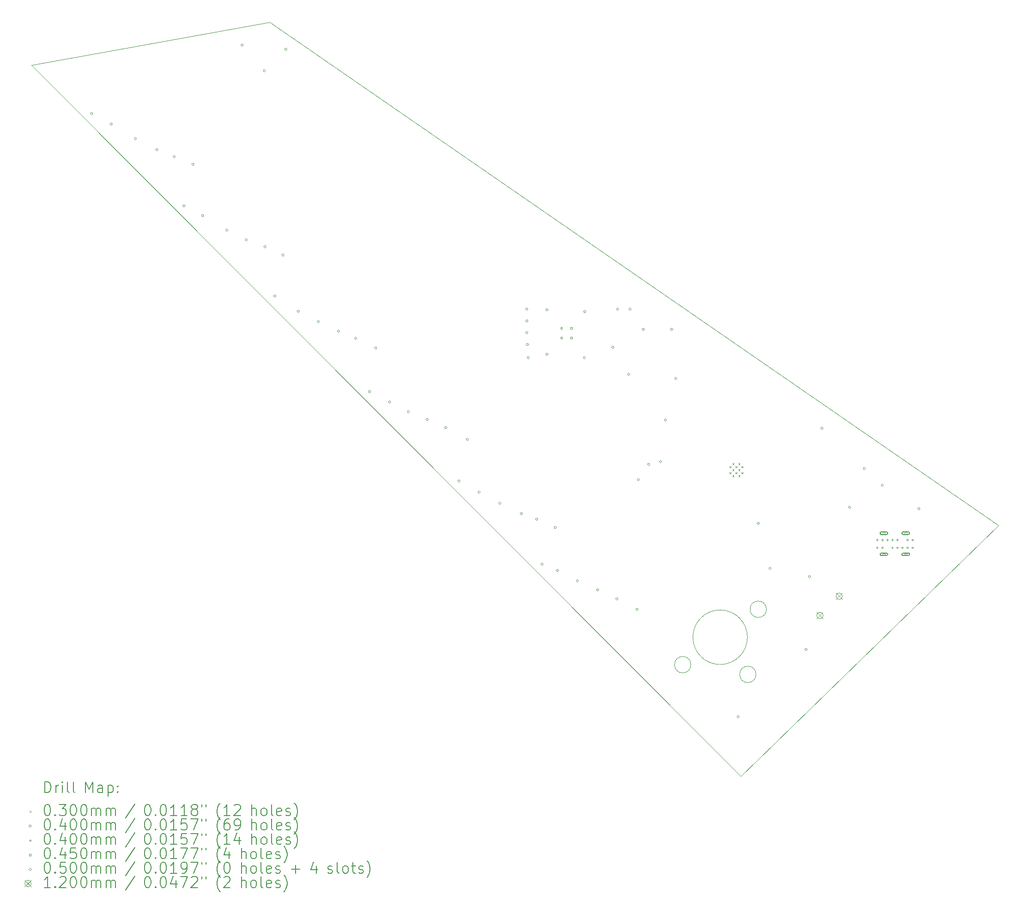
<source format=gbr>
%TF.GenerationSoftware,KiCad,Pcbnew,(7.0.0)*%
%TF.CreationDate,2023-03-18T11:24:03-05:00*%
%TF.ProjectId,LED Fan Blade,4c454420-4661-46e2-9042-6c6164652e6b,rev?*%
%TF.SameCoordinates,Original*%
%TF.FileFunction,Drillmap*%
%TF.FilePolarity,Positive*%
%FSLAX45Y45*%
G04 Gerber Fmt 4.5, Leading zero omitted, Abs format (unit mm)*
G04 Created by KiCad (PCBNEW (7.0.0)) date 2023-03-18 11:24:03*
%MOMM*%
%LPD*%
G01*
G04 APERTURE LIST*
%ADD10C,0.100000*%
%ADD11C,0.200000*%
%ADD12C,0.030000*%
%ADD13C,0.040000*%
%ADD14C,0.045000*%
%ADD15C,0.050000*%
%ADD16C,0.120000*%
G04 APERTURE END LIST*
D10*
X14907400Y-14033500D02*
G75*
G03*
X14907400Y-14033500I-150000J0D01*
G01*
X13713600Y-13855700D02*
G75*
G03*
X13713600Y-13855700I-150000J0D01*
G01*
X1625600Y-2870200D02*
X14630400Y-15900400D01*
X15097900Y-12839700D02*
G75*
G03*
X15097900Y-12839700I-150000J0D01*
G01*
X5994400Y-2082800D02*
X19354800Y-11303000D01*
X19354800Y-11303000D02*
X14630400Y-15900400D01*
X1625600Y-2870200D02*
X5994400Y-2082800D01*
X14749400Y-13352400D02*
G75*
G03*
X14749400Y-13352400I-500000J0D01*
G01*
D11*
D12*
X14419050Y-10216800D02*
X14449050Y-10246800D01*
X14449050Y-10216800D02*
X14419050Y-10246800D01*
X14419050Y-10326800D02*
X14449050Y-10356800D01*
X14449050Y-10326800D02*
X14419050Y-10356800D01*
X14474050Y-10161800D02*
X14504050Y-10191800D01*
X14504050Y-10161800D02*
X14474050Y-10191800D01*
X14474050Y-10271800D02*
X14504050Y-10301800D01*
X14504050Y-10271800D02*
X14474050Y-10301800D01*
X14474050Y-10381800D02*
X14504050Y-10411800D01*
X14504050Y-10381800D02*
X14474050Y-10411800D01*
X14529050Y-10216800D02*
X14559050Y-10246800D01*
X14559050Y-10216800D02*
X14529050Y-10246800D01*
X14529050Y-10326800D02*
X14559050Y-10356800D01*
X14559050Y-10326800D02*
X14529050Y-10356800D01*
X14584050Y-10161800D02*
X14614050Y-10191800D01*
X14614050Y-10161800D02*
X14584050Y-10191800D01*
X14584050Y-10271800D02*
X14614050Y-10301800D01*
X14614050Y-10271800D02*
X14584050Y-10301800D01*
X14584050Y-10381800D02*
X14614050Y-10411800D01*
X14614050Y-10381800D02*
X14584050Y-10411800D01*
X14639050Y-10216800D02*
X14669050Y-10246800D01*
X14669050Y-10216800D02*
X14639050Y-10246800D01*
X14639050Y-10326800D02*
X14669050Y-10356800D01*
X14669050Y-10326800D02*
X14639050Y-10356800D01*
D13*
X2750500Y-3759200D02*
G75*
G03*
X2750500Y-3759200I-20000J0D01*
G01*
X3106100Y-3949700D02*
G75*
G03*
X3106100Y-3949700I-20000J0D01*
G01*
X3550600Y-4216400D02*
G75*
G03*
X3550600Y-4216400I-20000J0D01*
G01*
X3944300Y-4419600D02*
G75*
G03*
X3944300Y-4419600I-20000J0D01*
G01*
X4261800Y-4546600D02*
G75*
G03*
X4261800Y-4546600I-20000J0D01*
G01*
X4439600Y-5448300D02*
G75*
G03*
X4439600Y-5448300I-20000J0D01*
G01*
X4604700Y-4686300D02*
G75*
G03*
X4604700Y-4686300I-20000J0D01*
G01*
X4782500Y-5626100D02*
G75*
G03*
X4782500Y-5626100I-20000J0D01*
G01*
X5227000Y-5892800D02*
G75*
G03*
X5227000Y-5892800I-20000J0D01*
G01*
X5506400Y-2501900D02*
G75*
G03*
X5506400Y-2501900I-20000J0D01*
G01*
X5582600Y-6070600D02*
G75*
G03*
X5582600Y-6070600I-20000J0D01*
G01*
X5912800Y-2971800D02*
G75*
G03*
X5912800Y-2971800I-20000J0D01*
G01*
X5925500Y-6197600D02*
G75*
G03*
X5925500Y-6197600I-20000J0D01*
G01*
X6103300Y-7099300D02*
G75*
G03*
X6103300Y-7099300I-20000J0D01*
G01*
X6255700Y-6350000D02*
G75*
G03*
X6255700Y-6350000I-20000J0D01*
G01*
X6306500Y-2578100D02*
G75*
G03*
X6306500Y-2578100I-20000J0D01*
G01*
X6535100Y-7378700D02*
G75*
G03*
X6535100Y-7378700I-20000J0D01*
G01*
X6903400Y-7569200D02*
G75*
G03*
X6903400Y-7569200I-20000J0D01*
G01*
X7271700Y-7747000D02*
G75*
G03*
X7271700Y-7747000I-20000J0D01*
G01*
X7589200Y-7874000D02*
G75*
G03*
X7589200Y-7874000I-20000J0D01*
G01*
X7843200Y-8851900D02*
G75*
G03*
X7843200Y-8851900I-20000J0D01*
G01*
X7957500Y-8051800D02*
G75*
G03*
X7957500Y-8051800I-20000J0D01*
G01*
X8211500Y-9042400D02*
G75*
G03*
X8211500Y-9042400I-20000J0D01*
G01*
X8554400Y-9220200D02*
G75*
G03*
X8554400Y-9220200I-20000J0D01*
G01*
X8897300Y-9359900D02*
G75*
G03*
X8897300Y-9359900I-20000J0D01*
G01*
X9240200Y-9512300D02*
G75*
G03*
X9240200Y-9512300I-20000J0D01*
G01*
X9481500Y-10490200D02*
G75*
G03*
X9481500Y-10490200I-20000J0D01*
G01*
X9633900Y-9728200D02*
G75*
G03*
X9633900Y-9728200I-20000J0D01*
G01*
X9849800Y-10693400D02*
G75*
G03*
X9849800Y-10693400I-20000J0D01*
G01*
X10230800Y-10896600D02*
G75*
G03*
X10230800Y-10896600I-20000J0D01*
G01*
X10624500Y-11087100D02*
G75*
G03*
X10624500Y-11087100I-20000J0D01*
G01*
X10726100Y-7340600D02*
G75*
G03*
X10726100Y-7340600I-20000J0D01*
G01*
X10726100Y-7556500D02*
G75*
G03*
X10726100Y-7556500I-20000J0D01*
G01*
X10726100Y-7772400D02*
G75*
G03*
X10726100Y-7772400I-20000J0D01*
G01*
X10738800Y-7988300D02*
G75*
G03*
X10738800Y-7988300I-20000J0D01*
G01*
X10751500Y-8229600D02*
G75*
G03*
X10751500Y-8229600I-20000J0D01*
G01*
X10903900Y-11188700D02*
G75*
G03*
X10903900Y-11188700I-20000J0D01*
G01*
X11005500Y-12014200D02*
G75*
G03*
X11005500Y-12014200I-20000J0D01*
G01*
X11094400Y-7353300D02*
G75*
G03*
X11094400Y-7353300I-20000J0D01*
G01*
X11094400Y-8166100D02*
G75*
G03*
X11094400Y-8166100I-20000J0D01*
G01*
X11246800Y-11341100D02*
G75*
G03*
X11246800Y-11341100I-20000J0D01*
G01*
X11284900Y-12128500D02*
G75*
G03*
X11284900Y-12128500I-20000J0D01*
G01*
X11653200Y-12319000D02*
G75*
G03*
X11653200Y-12319000I-20000J0D01*
G01*
X11780200Y-8229600D02*
G75*
G03*
X11780200Y-8229600I-20000J0D01*
G01*
X11786550Y-7385050D02*
G75*
G03*
X11786550Y-7385050I-20000J0D01*
G01*
X12021500Y-12484100D02*
G75*
G03*
X12021500Y-12484100I-20000J0D01*
G01*
X12300900Y-8039100D02*
G75*
G03*
X12300900Y-8039100I-20000J0D01*
G01*
X12377100Y-12649200D02*
G75*
G03*
X12377100Y-12649200I-20000J0D01*
G01*
X12389800Y-7340600D02*
G75*
G03*
X12389800Y-7340600I-20000J0D01*
G01*
X12593000Y-8534400D02*
G75*
G03*
X12593000Y-8534400I-20000J0D01*
G01*
X12618400Y-7340600D02*
G75*
G03*
X12618400Y-7340600I-20000J0D01*
G01*
X12745400Y-12839700D02*
G75*
G03*
X12745400Y-12839700I-20000J0D01*
G01*
X12770800Y-10464800D02*
G75*
G03*
X12770800Y-10464800I-20000J0D01*
G01*
X12858900Y-7709700D02*
G75*
G03*
X12858900Y-7709700I-20000J0D01*
G01*
X12961300Y-10185400D02*
G75*
G03*
X12961300Y-10185400I-20000J0D01*
G01*
X13177200Y-10134600D02*
G75*
G03*
X13177200Y-10134600I-20000J0D01*
G01*
X13266100Y-9372600D02*
G75*
G03*
X13266100Y-9372600I-20000J0D01*
G01*
X13380400Y-7708900D02*
G75*
G03*
X13380400Y-7708900I-20000J0D01*
G01*
X13456600Y-8610600D02*
G75*
G03*
X13456600Y-8610600I-20000J0D01*
G01*
X14599600Y-14808200D02*
G75*
G03*
X14599600Y-14808200I-20000J0D01*
G01*
X14967900Y-11264900D02*
G75*
G03*
X14967900Y-11264900I-20000J0D01*
G01*
X15183800Y-12090400D02*
G75*
G03*
X15183800Y-12090400I-20000J0D01*
G01*
X15844200Y-13576300D02*
G75*
G03*
X15844200Y-13576300I-20000J0D01*
G01*
X15907700Y-12242800D02*
G75*
G03*
X15907700Y-12242800I-20000J0D01*
G01*
X16136300Y-9525000D02*
G75*
G03*
X16136300Y-9525000I-20000J0D01*
G01*
X16644300Y-10972800D02*
G75*
G03*
X16644300Y-10972800I-20000J0D01*
G01*
X16911000Y-10261600D02*
G75*
G03*
X16911000Y-10261600I-20000J0D01*
G01*
X17241200Y-10566400D02*
G75*
G03*
X17241200Y-10566400I-20000J0D01*
G01*
X17914300Y-10998200D02*
G75*
G03*
X17914300Y-10998200I-20000J0D01*
G01*
X17126200Y-11549400D02*
X17126200Y-11589400D01*
X17106200Y-11569400D02*
X17146200Y-11569400D01*
X17126200Y-11689400D02*
X17126200Y-11729400D01*
X17106200Y-11709400D02*
X17146200Y-11709400D01*
X17221200Y-11549400D02*
X17221200Y-11589400D01*
X17201200Y-11569400D02*
X17241200Y-11569400D01*
X17221200Y-11689400D02*
X17221200Y-11729400D01*
X17201200Y-11709400D02*
X17241200Y-11709400D01*
X17316200Y-11549400D02*
X17316200Y-11589400D01*
X17296200Y-11569400D02*
X17336200Y-11569400D01*
X17406200Y-11549400D02*
X17406200Y-11589400D01*
X17386200Y-11569400D02*
X17426200Y-11569400D01*
X17406200Y-11689400D02*
X17406200Y-11729400D01*
X17386200Y-11709400D02*
X17426200Y-11709400D01*
X17496200Y-11549400D02*
X17496200Y-11589400D01*
X17476200Y-11569400D02*
X17516200Y-11569400D01*
X17496200Y-11689400D02*
X17496200Y-11729400D01*
X17476200Y-11709400D02*
X17516200Y-11709400D01*
X17586200Y-11689400D02*
X17586200Y-11729400D01*
X17566200Y-11709400D02*
X17606200Y-11709400D01*
X17681200Y-11549400D02*
X17681200Y-11589400D01*
X17661200Y-11569400D02*
X17701200Y-11569400D01*
X17681200Y-11689400D02*
X17681200Y-11729400D01*
X17661200Y-11709400D02*
X17701200Y-11709400D01*
X17776200Y-11549400D02*
X17776200Y-11589400D01*
X17756200Y-11569400D02*
X17796200Y-11569400D01*
X17776200Y-11689400D02*
X17776200Y-11729400D01*
X17756200Y-11709400D02*
X17796200Y-11709400D01*
D14*
X11354310Y-7702910D02*
X11354310Y-7671090D01*
X11322490Y-7671090D01*
X11322490Y-7702910D01*
X11354310Y-7702910D01*
X11354310Y-7882910D02*
X11354310Y-7851090D01*
X11322490Y-7851090D01*
X11322490Y-7882910D01*
X11354310Y-7882910D01*
X11534310Y-7702910D02*
X11534310Y-7671090D01*
X11502490Y-7671090D01*
X11502490Y-7702910D01*
X11534310Y-7702910D01*
X11534310Y-7882910D02*
X11534310Y-7851090D01*
X11502490Y-7851090D01*
X11502490Y-7882910D01*
X11534310Y-7882910D01*
D15*
X17251200Y-11471400D02*
X17276200Y-11446400D01*
X17251200Y-11421400D01*
X17226200Y-11446400D01*
X17251200Y-11471400D01*
D11*
X17296200Y-11421400D02*
X17206200Y-11421400D01*
X17206200Y-11421400D02*
G75*
G03*
X17206200Y-11471400I0J-25000D01*
G01*
X17206200Y-11471400D02*
X17296200Y-11471400D01*
X17296200Y-11471400D02*
G75*
G03*
X17296200Y-11421400I0J25000D01*
G01*
D15*
X17251200Y-11857400D02*
X17276200Y-11832400D01*
X17251200Y-11807400D01*
X17226200Y-11832400D01*
X17251200Y-11857400D01*
D11*
X17296200Y-11807400D02*
X17206200Y-11807400D01*
X17206200Y-11807400D02*
G75*
G03*
X17206200Y-11857400I0J-25000D01*
G01*
X17206200Y-11857400D02*
X17296200Y-11857400D01*
X17296200Y-11857400D02*
G75*
G03*
X17296200Y-11807400I0J25000D01*
G01*
D15*
X17651200Y-11471400D02*
X17676200Y-11446400D01*
X17651200Y-11421400D01*
X17626200Y-11446400D01*
X17651200Y-11471400D01*
D11*
X17696200Y-11421400D02*
X17606200Y-11421400D01*
X17606200Y-11421400D02*
G75*
G03*
X17606200Y-11471400I0J-25000D01*
G01*
X17606200Y-11471400D02*
X17696200Y-11471400D01*
X17696200Y-11471400D02*
G75*
G03*
X17696200Y-11421400I0J25000D01*
G01*
D15*
X17651200Y-11857400D02*
X17676200Y-11832400D01*
X17651200Y-11807400D01*
X17626200Y-11832400D01*
X17651200Y-11857400D01*
D11*
X17696200Y-11807400D02*
X17606200Y-11807400D01*
X17606200Y-11807400D02*
G75*
G03*
X17606200Y-11857400I0J-25000D01*
G01*
X17606200Y-11857400D02*
X17696200Y-11857400D01*
X17696200Y-11857400D02*
G75*
G03*
X17696200Y-11807400I0J25000D01*
G01*
D16*
X16018200Y-12894000D02*
X16138200Y-13014000D01*
X16138200Y-12894000D02*
X16018200Y-13014000D01*
X16138200Y-12954000D02*
G75*
G03*
X16138200Y-12954000I-60000J0D01*
G01*
X16371753Y-12540447D02*
X16491753Y-12660447D01*
X16491753Y-12540447D02*
X16371753Y-12660447D01*
X16491753Y-12600447D02*
G75*
G03*
X16491753Y-12600447I-60000J0D01*
G01*
D11*
X1868219Y-16198876D02*
X1868219Y-15998876D01*
X1868219Y-15998876D02*
X1915838Y-15998876D01*
X1915838Y-15998876D02*
X1944409Y-16008400D01*
X1944409Y-16008400D02*
X1963457Y-16027448D01*
X1963457Y-16027448D02*
X1972981Y-16046495D01*
X1972981Y-16046495D02*
X1982505Y-16084590D01*
X1982505Y-16084590D02*
X1982505Y-16113162D01*
X1982505Y-16113162D02*
X1972981Y-16151257D01*
X1972981Y-16151257D02*
X1963457Y-16170305D01*
X1963457Y-16170305D02*
X1944409Y-16189352D01*
X1944409Y-16189352D02*
X1915838Y-16198876D01*
X1915838Y-16198876D02*
X1868219Y-16198876D01*
X2068219Y-16198876D02*
X2068219Y-16065543D01*
X2068219Y-16103638D02*
X2077743Y-16084590D01*
X2077743Y-16084590D02*
X2087267Y-16075067D01*
X2087267Y-16075067D02*
X2106314Y-16065543D01*
X2106314Y-16065543D02*
X2125362Y-16065543D01*
X2192029Y-16198876D02*
X2192029Y-16065543D01*
X2192029Y-15998876D02*
X2182505Y-16008400D01*
X2182505Y-16008400D02*
X2192029Y-16017924D01*
X2192029Y-16017924D02*
X2201552Y-16008400D01*
X2201552Y-16008400D02*
X2192029Y-15998876D01*
X2192029Y-15998876D02*
X2192029Y-16017924D01*
X2315838Y-16198876D02*
X2296790Y-16189352D01*
X2296790Y-16189352D02*
X2287267Y-16170305D01*
X2287267Y-16170305D02*
X2287267Y-15998876D01*
X2420600Y-16198876D02*
X2401552Y-16189352D01*
X2401552Y-16189352D02*
X2392029Y-16170305D01*
X2392029Y-16170305D02*
X2392029Y-15998876D01*
X2616790Y-16198876D02*
X2616790Y-15998876D01*
X2616790Y-15998876D02*
X2683457Y-16141733D01*
X2683457Y-16141733D02*
X2750124Y-15998876D01*
X2750124Y-15998876D02*
X2750124Y-16198876D01*
X2931076Y-16198876D02*
X2931076Y-16094114D01*
X2931076Y-16094114D02*
X2921552Y-16075067D01*
X2921552Y-16075067D02*
X2902505Y-16065543D01*
X2902505Y-16065543D02*
X2864409Y-16065543D01*
X2864409Y-16065543D02*
X2845362Y-16075067D01*
X2931076Y-16189352D02*
X2912028Y-16198876D01*
X2912028Y-16198876D02*
X2864409Y-16198876D01*
X2864409Y-16198876D02*
X2845362Y-16189352D01*
X2845362Y-16189352D02*
X2835838Y-16170305D01*
X2835838Y-16170305D02*
X2835838Y-16151257D01*
X2835838Y-16151257D02*
X2845362Y-16132209D01*
X2845362Y-16132209D02*
X2864409Y-16122686D01*
X2864409Y-16122686D02*
X2912028Y-16122686D01*
X2912028Y-16122686D02*
X2931076Y-16113162D01*
X3026314Y-16065543D02*
X3026314Y-16265543D01*
X3026314Y-16075067D02*
X3045362Y-16065543D01*
X3045362Y-16065543D02*
X3083457Y-16065543D01*
X3083457Y-16065543D02*
X3102505Y-16075067D01*
X3102505Y-16075067D02*
X3112028Y-16084590D01*
X3112028Y-16084590D02*
X3121552Y-16103638D01*
X3121552Y-16103638D02*
X3121552Y-16160781D01*
X3121552Y-16160781D02*
X3112028Y-16179828D01*
X3112028Y-16179828D02*
X3102505Y-16189352D01*
X3102505Y-16189352D02*
X3083457Y-16198876D01*
X3083457Y-16198876D02*
X3045362Y-16198876D01*
X3045362Y-16198876D02*
X3026314Y-16189352D01*
X3207267Y-16179828D02*
X3216790Y-16189352D01*
X3216790Y-16189352D02*
X3207267Y-16198876D01*
X3207267Y-16198876D02*
X3197743Y-16189352D01*
X3197743Y-16189352D02*
X3207267Y-16179828D01*
X3207267Y-16179828D02*
X3207267Y-16198876D01*
X3207267Y-16075067D02*
X3216790Y-16084590D01*
X3216790Y-16084590D02*
X3207267Y-16094114D01*
X3207267Y-16094114D02*
X3197743Y-16084590D01*
X3197743Y-16084590D02*
X3207267Y-16075067D01*
X3207267Y-16075067D02*
X3207267Y-16094114D01*
D12*
X1590600Y-16530400D02*
X1620600Y-16560400D01*
X1620600Y-16530400D02*
X1590600Y-16560400D01*
D11*
X1906314Y-16418876D02*
X1925362Y-16418876D01*
X1925362Y-16418876D02*
X1944409Y-16428400D01*
X1944409Y-16428400D02*
X1953933Y-16437924D01*
X1953933Y-16437924D02*
X1963457Y-16456971D01*
X1963457Y-16456971D02*
X1972981Y-16495067D01*
X1972981Y-16495067D02*
X1972981Y-16542686D01*
X1972981Y-16542686D02*
X1963457Y-16580781D01*
X1963457Y-16580781D02*
X1953933Y-16599828D01*
X1953933Y-16599828D02*
X1944409Y-16609352D01*
X1944409Y-16609352D02*
X1925362Y-16618876D01*
X1925362Y-16618876D02*
X1906314Y-16618876D01*
X1906314Y-16618876D02*
X1887267Y-16609352D01*
X1887267Y-16609352D02*
X1877743Y-16599828D01*
X1877743Y-16599828D02*
X1868219Y-16580781D01*
X1868219Y-16580781D02*
X1858695Y-16542686D01*
X1858695Y-16542686D02*
X1858695Y-16495067D01*
X1858695Y-16495067D02*
X1868219Y-16456971D01*
X1868219Y-16456971D02*
X1877743Y-16437924D01*
X1877743Y-16437924D02*
X1887267Y-16428400D01*
X1887267Y-16428400D02*
X1906314Y-16418876D01*
X2058695Y-16599828D02*
X2068219Y-16609352D01*
X2068219Y-16609352D02*
X2058695Y-16618876D01*
X2058695Y-16618876D02*
X2049171Y-16609352D01*
X2049171Y-16609352D02*
X2058695Y-16599828D01*
X2058695Y-16599828D02*
X2058695Y-16618876D01*
X2134886Y-16418876D02*
X2258695Y-16418876D01*
X2258695Y-16418876D02*
X2192029Y-16495067D01*
X2192029Y-16495067D02*
X2220600Y-16495067D01*
X2220600Y-16495067D02*
X2239648Y-16504590D01*
X2239648Y-16504590D02*
X2249171Y-16514114D01*
X2249171Y-16514114D02*
X2258695Y-16533162D01*
X2258695Y-16533162D02*
X2258695Y-16580781D01*
X2258695Y-16580781D02*
X2249171Y-16599828D01*
X2249171Y-16599828D02*
X2239648Y-16609352D01*
X2239648Y-16609352D02*
X2220600Y-16618876D01*
X2220600Y-16618876D02*
X2163457Y-16618876D01*
X2163457Y-16618876D02*
X2144410Y-16609352D01*
X2144410Y-16609352D02*
X2134886Y-16599828D01*
X2382505Y-16418876D02*
X2401552Y-16418876D01*
X2401552Y-16418876D02*
X2420600Y-16428400D01*
X2420600Y-16428400D02*
X2430124Y-16437924D01*
X2430124Y-16437924D02*
X2439648Y-16456971D01*
X2439648Y-16456971D02*
X2449171Y-16495067D01*
X2449171Y-16495067D02*
X2449171Y-16542686D01*
X2449171Y-16542686D02*
X2439648Y-16580781D01*
X2439648Y-16580781D02*
X2430124Y-16599828D01*
X2430124Y-16599828D02*
X2420600Y-16609352D01*
X2420600Y-16609352D02*
X2401552Y-16618876D01*
X2401552Y-16618876D02*
X2382505Y-16618876D01*
X2382505Y-16618876D02*
X2363457Y-16609352D01*
X2363457Y-16609352D02*
X2353933Y-16599828D01*
X2353933Y-16599828D02*
X2344410Y-16580781D01*
X2344410Y-16580781D02*
X2334886Y-16542686D01*
X2334886Y-16542686D02*
X2334886Y-16495067D01*
X2334886Y-16495067D02*
X2344410Y-16456971D01*
X2344410Y-16456971D02*
X2353933Y-16437924D01*
X2353933Y-16437924D02*
X2363457Y-16428400D01*
X2363457Y-16428400D02*
X2382505Y-16418876D01*
X2572981Y-16418876D02*
X2592029Y-16418876D01*
X2592029Y-16418876D02*
X2611076Y-16428400D01*
X2611076Y-16428400D02*
X2620600Y-16437924D01*
X2620600Y-16437924D02*
X2630124Y-16456971D01*
X2630124Y-16456971D02*
X2639648Y-16495067D01*
X2639648Y-16495067D02*
X2639648Y-16542686D01*
X2639648Y-16542686D02*
X2630124Y-16580781D01*
X2630124Y-16580781D02*
X2620600Y-16599828D01*
X2620600Y-16599828D02*
X2611076Y-16609352D01*
X2611076Y-16609352D02*
X2592029Y-16618876D01*
X2592029Y-16618876D02*
X2572981Y-16618876D01*
X2572981Y-16618876D02*
X2553933Y-16609352D01*
X2553933Y-16609352D02*
X2544410Y-16599828D01*
X2544410Y-16599828D02*
X2534886Y-16580781D01*
X2534886Y-16580781D02*
X2525362Y-16542686D01*
X2525362Y-16542686D02*
X2525362Y-16495067D01*
X2525362Y-16495067D02*
X2534886Y-16456971D01*
X2534886Y-16456971D02*
X2544410Y-16437924D01*
X2544410Y-16437924D02*
X2553933Y-16428400D01*
X2553933Y-16428400D02*
X2572981Y-16418876D01*
X2725362Y-16618876D02*
X2725362Y-16485543D01*
X2725362Y-16504590D02*
X2734886Y-16495067D01*
X2734886Y-16495067D02*
X2753933Y-16485543D01*
X2753933Y-16485543D02*
X2782505Y-16485543D01*
X2782505Y-16485543D02*
X2801552Y-16495067D01*
X2801552Y-16495067D02*
X2811076Y-16514114D01*
X2811076Y-16514114D02*
X2811076Y-16618876D01*
X2811076Y-16514114D02*
X2820600Y-16495067D01*
X2820600Y-16495067D02*
X2839648Y-16485543D01*
X2839648Y-16485543D02*
X2868219Y-16485543D01*
X2868219Y-16485543D02*
X2887267Y-16495067D01*
X2887267Y-16495067D02*
X2896790Y-16514114D01*
X2896790Y-16514114D02*
X2896790Y-16618876D01*
X2992029Y-16618876D02*
X2992029Y-16485543D01*
X2992029Y-16504590D02*
X3001552Y-16495067D01*
X3001552Y-16495067D02*
X3020600Y-16485543D01*
X3020600Y-16485543D02*
X3049171Y-16485543D01*
X3049171Y-16485543D02*
X3068219Y-16495067D01*
X3068219Y-16495067D02*
X3077743Y-16514114D01*
X3077743Y-16514114D02*
X3077743Y-16618876D01*
X3077743Y-16514114D02*
X3087267Y-16495067D01*
X3087267Y-16495067D02*
X3106314Y-16485543D01*
X3106314Y-16485543D02*
X3134886Y-16485543D01*
X3134886Y-16485543D02*
X3153933Y-16495067D01*
X3153933Y-16495067D02*
X3163457Y-16514114D01*
X3163457Y-16514114D02*
X3163457Y-16618876D01*
X3521552Y-16409352D02*
X3350124Y-16666495D01*
X3746314Y-16418876D02*
X3765362Y-16418876D01*
X3765362Y-16418876D02*
X3784410Y-16428400D01*
X3784410Y-16428400D02*
X3793933Y-16437924D01*
X3793933Y-16437924D02*
X3803457Y-16456971D01*
X3803457Y-16456971D02*
X3812981Y-16495067D01*
X3812981Y-16495067D02*
X3812981Y-16542686D01*
X3812981Y-16542686D02*
X3803457Y-16580781D01*
X3803457Y-16580781D02*
X3793933Y-16599828D01*
X3793933Y-16599828D02*
X3784410Y-16609352D01*
X3784410Y-16609352D02*
X3765362Y-16618876D01*
X3765362Y-16618876D02*
X3746314Y-16618876D01*
X3746314Y-16618876D02*
X3727267Y-16609352D01*
X3727267Y-16609352D02*
X3717743Y-16599828D01*
X3717743Y-16599828D02*
X3708219Y-16580781D01*
X3708219Y-16580781D02*
X3698695Y-16542686D01*
X3698695Y-16542686D02*
X3698695Y-16495067D01*
X3698695Y-16495067D02*
X3708219Y-16456971D01*
X3708219Y-16456971D02*
X3717743Y-16437924D01*
X3717743Y-16437924D02*
X3727267Y-16428400D01*
X3727267Y-16428400D02*
X3746314Y-16418876D01*
X3898695Y-16599828D02*
X3908219Y-16609352D01*
X3908219Y-16609352D02*
X3898695Y-16618876D01*
X3898695Y-16618876D02*
X3889171Y-16609352D01*
X3889171Y-16609352D02*
X3898695Y-16599828D01*
X3898695Y-16599828D02*
X3898695Y-16618876D01*
X4032029Y-16418876D02*
X4051076Y-16418876D01*
X4051076Y-16418876D02*
X4070124Y-16428400D01*
X4070124Y-16428400D02*
X4079648Y-16437924D01*
X4079648Y-16437924D02*
X4089171Y-16456971D01*
X4089171Y-16456971D02*
X4098695Y-16495067D01*
X4098695Y-16495067D02*
X4098695Y-16542686D01*
X4098695Y-16542686D02*
X4089171Y-16580781D01*
X4089171Y-16580781D02*
X4079648Y-16599828D01*
X4079648Y-16599828D02*
X4070124Y-16609352D01*
X4070124Y-16609352D02*
X4051076Y-16618876D01*
X4051076Y-16618876D02*
X4032029Y-16618876D01*
X4032029Y-16618876D02*
X4012981Y-16609352D01*
X4012981Y-16609352D02*
X4003457Y-16599828D01*
X4003457Y-16599828D02*
X3993933Y-16580781D01*
X3993933Y-16580781D02*
X3984410Y-16542686D01*
X3984410Y-16542686D02*
X3984410Y-16495067D01*
X3984410Y-16495067D02*
X3993933Y-16456971D01*
X3993933Y-16456971D02*
X4003457Y-16437924D01*
X4003457Y-16437924D02*
X4012981Y-16428400D01*
X4012981Y-16428400D02*
X4032029Y-16418876D01*
X4289172Y-16618876D02*
X4174886Y-16618876D01*
X4232029Y-16618876D02*
X4232029Y-16418876D01*
X4232029Y-16418876D02*
X4212981Y-16447448D01*
X4212981Y-16447448D02*
X4193933Y-16466495D01*
X4193933Y-16466495D02*
X4174886Y-16476019D01*
X4479648Y-16618876D02*
X4365362Y-16618876D01*
X4422505Y-16618876D02*
X4422505Y-16418876D01*
X4422505Y-16418876D02*
X4403457Y-16447448D01*
X4403457Y-16447448D02*
X4384410Y-16466495D01*
X4384410Y-16466495D02*
X4365362Y-16476019D01*
X4593933Y-16504590D02*
X4574886Y-16495067D01*
X4574886Y-16495067D02*
X4565362Y-16485543D01*
X4565362Y-16485543D02*
X4555838Y-16466495D01*
X4555838Y-16466495D02*
X4555838Y-16456971D01*
X4555838Y-16456971D02*
X4565362Y-16437924D01*
X4565362Y-16437924D02*
X4574886Y-16428400D01*
X4574886Y-16428400D02*
X4593933Y-16418876D01*
X4593933Y-16418876D02*
X4632029Y-16418876D01*
X4632029Y-16418876D02*
X4651076Y-16428400D01*
X4651076Y-16428400D02*
X4660600Y-16437924D01*
X4660600Y-16437924D02*
X4670124Y-16456971D01*
X4670124Y-16456971D02*
X4670124Y-16466495D01*
X4670124Y-16466495D02*
X4660600Y-16485543D01*
X4660600Y-16485543D02*
X4651076Y-16495067D01*
X4651076Y-16495067D02*
X4632029Y-16504590D01*
X4632029Y-16504590D02*
X4593933Y-16504590D01*
X4593933Y-16504590D02*
X4574886Y-16514114D01*
X4574886Y-16514114D02*
X4565362Y-16523638D01*
X4565362Y-16523638D02*
X4555838Y-16542686D01*
X4555838Y-16542686D02*
X4555838Y-16580781D01*
X4555838Y-16580781D02*
X4565362Y-16599828D01*
X4565362Y-16599828D02*
X4574886Y-16609352D01*
X4574886Y-16609352D02*
X4593933Y-16618876D01*
X4593933Y-16618876D02*
X4632029Y-16618876D01*
X4632029Y-16618876D02*
X4651076Y-16609352D01*
X4651076Y-16609352D02*
X4660600Y-16599828D01*
X4660600Y-16599828D02*
X4670124Y-16580781D01*
X4670124Y-16580781D02*
X4670124Y-16542686D01*
X4670124Y-16542686D02*
X4660600Y-16523638D01*
X4660600Y-16523638D02*
X4651076Y-16514114D01*
X4651076Y-16514114D02*
X4632029Y-16504590D01*
X4746314Y-16418876D02*
X4746314Y-16456971D01*
X4822505Y-16418876D02*
X4822505Y-16456971D01*
X5085362Y-16695067D02*
X5075838Y-16685543D01*
X5075838Y-16685543D02*
X5056791Y-16656971D01*
X5056791Y-16656971D02*
X5047267Y-16637924D01*
X5047267Y-16637924D02*
X5037743Y-16609352D01*
X5037743Y-16609352D02*
X5028219Y-16561733D01*
X5028219Y-16561733D02*
X5028219Y-16523638D01*
X5028219Y-16523638D02*
X5037743Y-16476019D01*
X5037743Y-16476019D02*
X5047267Y-16447448D01*
X5047267Y-16447448D02*
X5056791Y-16428400D01*
X5056791Y-16428400D02*
X5075838Y-16399828D01*
X5075838Y-16399828D02*
X5085362Y-16390305D01*
X5266314Y-16618876D02*
X5152029Y-16618876D01*
X5209172Y-16618876D02*
X5209172Y-16418876D01*
X5209172Y-16418876D02*
X5190124Y-16447448D01*
X5190124Y-16447448D02*
X5171076Y-16466495D01*
X5171076Y-16466495D02*
X5152029Y-16476019D01*
X5342505Y-16437924D02*
X5352029Y-16428400D01*
X5352029Y-16428400D02*
X5371076Y-16418876D01*
X5371076Y-16418876D02*
X5418695Y-16418876D01*
X5418695Y-16418876D02*
X5437743Y-16428400D01*
X5437743Y-16428400D02*
X5447267Y-16437924D01*
X5447267Y-16437924D02*
X5456791Y-16456971D01*
X5456791Y-16456971D02*
X5456791Y-16476019D01*
X5456791Y-16476019D02*
X5447267Y-16504590D01*
X5447267Y-16504590D02*
X5332981Y-16618876D01*
X5332981Y-16618876D02*
X5456791Y-16618876D01*
X5662505Y-16618876D02*
X5662505Y-16418876D01*
X5748219Y-16618876D02*
X5748219Y-16514114D01*
X5748219Y-16514114D02*
X5738695Y-16495067D01*
X5738695Y-16495067D02*
X5719648Y-16485543D01*
X5719648Y-16485543D02*
X5691076Y-16485543D01*
X5691076Y-16485543D02*
X5672029Y-16495067D01*
X5672029Y-16495067D02*
X5662505Y-16504590D01*
X5872029Y-16618876D02*
X5852981Y-16609352D01*
X5852981Y-16609352D02*
X5843457Y-16599828D01*
X5843457Y-16599828D02*
X5833933Y-16580781D01*
X5833933Y-16580781D02*
X5833933Y-16523638D01*
X5833933Y-16523638D02*
X5843457Y-16504590D01*
X5843457Y-16504590D02*
X5852981Y-16495067D01*
X5852981Y-16495067D02*
X5872029Y-16485543D01*
X5872029Y-16485543D02*
X5900600Y-16485543D01*
X5900600Y-16485543D02*
X5919648Y-16495067D01*
X5919648Y-16495067D02*
X5929172Y-16504590D01*
X5929172Y-16504590D02*
X5938695Y-16523638D01*
X5938695Y-16523638D02*
X5938695Y-16580781D01*
X5938695Y-16580781D02*
X5929172Y-16599828D01*
X5929172Y-16599828D02*
X5919648Y-16609352D01*
X5919648Y-16609352D02*
X5900600Y-16618876D01*
X5900600Y-16618876D02*
X5872029Y-16618876D01*
X6052981Y-16618876D02*
X6033933Y-16609352D01*
X6033933Y-16609352D02*
X6024410Y-16590305D01*
X6024410Y-16590305D02*
X6024410Y-16418876D01*
X6205362Y-16609352D02*
X6186314Y-16618876D01*
X6186314Y-16618876D02*
X6148219Y-16618876D01*
X6148219Y-16618876D02*
X6129172Y-16609352D01*
X6129172Y-16609352D02*
X6119648Y-16590305D01*
X6119648Y-16590305D02*
X6119648Y-16514114D01*
X6119648Y-16514114D02*
X6129172Y-16495067D01*
X6129172Y-16495067D02*
X6148219Y-16485543D01*
X6148219Y-16485543D02*
X6186314Y-16485543D01*
X6186314Y-16485543D02*
X6205362Y-16495067D01*
X6205362Y-16495067D02*
X6214886Y-16514114D01*
X6214886Y-16514114D02*
X6214886Y-16533162D01*
X6214886Y-16533162D02*
X6119648Y-16552209D01*
X6291076Y-16609352D02*
X6310124Y-16618876D01*
X6310124Y-16618876D02*
X6348219Y-16618876D01*
X6348219Y-16618876D02*
X6367267Y-16609352D01*
X6367267Y-16609352D02*
X6376791Y-16590305D01*
X6376791Y-16590305D02*
X6376791Y-16580781D01*
X6376791Y-16580781D02*
X6367267Y-16561733D01*
X6367267Y-16561733D02*
X6348219Y-16552209D01*
X6348219Y-16552209D02*
X6319648Y-16552209D01*
X6319648Y-16552209D02*
X6300600Y-16542686D01*
X6300600Y-16542686D02*
X6291076Y-16523638D01*
X6291076Y-16523638D02*
X6291076Y-16514114D01*
X6291076Y-16514114D02*
X6300600Y-16495067D01*
X6300600Y-16495067D02*
X6319648Y-16485543D01*
X6319648Y-16485543D02*
X6348219Y-16485543D01*
X6348219Y-16485543D02*
X6367267Y-16495067D01*
X6443457Y-16695067D02*
X6452981Y-16685543D01*
X6452981Y-16685543D02*
X6472029Y-16656971D01*
X6472029Y-16656971D02*
X6481553Y-16637924D01*
X6481553Y-16637924D02*
X6491076Y-16609352D01*
X6491076Y-16609352D02*
X6500600Y-16561733D01*
X6500600Y-16561733D02*
X6500600Y-16523638D01*
X6500600Y-16523638D02*
X6491076Y-16476019D01*
X6491076Y-16476019D02*
X6481553Y-16447448D01*
X6481553Y-16447448D02*
X6472029Y-16428400D01*
X6472029Y-16428400D02*
X6452981Y-16399828D01*
X6452981Y-16399828D02*
X6443457Y-16390305D01*
D13*
X1620600Y-16809400D02*
G75*
G03*
X1620600Y-16809400I-20000J0D01*
G01*
D11*
X1906314Y-16682876D02*
X1925362Y-16682876D01*
X1925362Y-16682876D02*
X1944409Y-16692400D01*
X1944409Y-16692400D02*
X1953933Y-16701924D01*
X1953933Y-16701924D02*
X1963457Y-16720971D01*
X1963457Y-16720971D02*
X1972981Y-16759067D01*
X1972981Y-16759067D02*
X1972981Y-16806686D01*
X1972981Y-16806686D02*
X1963457Y-16844781D01*
X1963457Y-16844781D02*
X1953933Y-16863829D01*
X1953933Y-16863829D02*
X1944409Y-16873352D01*
X1944409Y-16873352D02*
X1925362Y-16882876D01*
X1925362Y-16882876D02*
X1906314Y-16882876D01*
X1906314Y-16882876D02*
X1887267Y-16873352D01*
X1887267Y-16873352D02*
X1877743Y-16863829D01*
X1877743Y-16863829D02*
X1868219Y-16844781D01*
X1868219Y-16844781D02*
X1858695Y-16806686D01*
X1858695Y-16806686D02*
X1858695Y-16759067D01*
X1858695Y-16759067D02*
X1868219Y-16720971D01*
X1868219Y-16720971D02*
X1877743Y-16701924D01*
X1877743Y-16701924D02*
X1887267Y-16692400D01*
X1887267Y-16692400D02*
X1906314Y-16682876D01*
X2058695Y-16863829D02*
X2068219Y-16873352D01*
X2068219Y-16873352D02*
X2058695Y-16882876D01*
X2058695Y-16882876D02*
X2049171Y-16873352D01*
X2049171Y-16873352D02*
X2058695Y-16863829D01*
X2058695Y-16863829D02*
X2058695Y-16882876D01*
X2239648Y-16749543D02*
X2239648Y-16882876D01*
X2192029Y-16673352D02*
X2144410Y-16816210D01*
X2144410Y-16816210D02*
X2268219Y-16816210D01*
X2382505Y-16682876D02*
X2401552Y-16682876D01*
X2401552Y-16682876D02*
X2420600Y-16692400D01*
X2420600Y-16692400D02*
X2430124Y-16701924D01*
X2430124Y-16701924D02*
X2439648Y-16720971D01*
X2439648Y-16720971D02*
X2449171Y-16759067D01*
X2449171Y-16759067D02*
X2449171Y-16806686D01*
X2449171Y-16806686D02*
X2439648Y-16844781D01*
X2439648Y-16844781D02*
X2430124Y-16863829D01*
X2430124Y-16863829D02*
X2420600Y-16873352D01*
X2420600Y-16873352D02*
X2401552Y-16882876D01*
X2401552Y-16882876D02*
X2382505Y-16882876D01*
X2382505Y-16882876D02*
X2363457Y-16873352D01*
X2363457Y-16873352D02*
X2353933Y-16863829D01*
X2353933Y-16863829D02*
X2344410Y-16844781D01*
X2344410Y-16844781D02*
X2334886Y-16806686D01*
X2334886Y-16806686D02*
X2334886Y-16759067D01*
X2334886Y-16759067D02*
X2344410Y-16720971D01*
X2344410Y-16720971D02*
X2353933Y-16701924D01*
X2353933Y-16701924D02*
X2363457Y-16692400D01*
X2363457Y-16692400D02*
X2382505Y-16682876D01*
X2572981Y-16682876D02*
X2592029Y-16682876D01*
X2592029Y-16682876D02*
X2611076Y-16692400D01*
X2611076Y-16692400D02*
X2620600Y-16701924D01*
X2620600Y-16701924D02*
X2630124Y-16720971D01*
X2630124Y-16720971D02*
X2639648Y-16759067D01*
X2639648Y-16759067D02*
X2639648Y-16806686D01*
X2639648Y-16806686D02*
X2630124Y-16844781D01*
X2630124Y-16844781D02*
X2620600Y-16863829D01*
X2620600Y-16863829D02*
X2611076Y-16873352D01*
X2611076Y-16873352D02*
X2592029Y-16882876D01*
X2592029Y-16882876D02*
X2572981Y-16882876D01*
X2572981Y-16882876D02*
X2553933Y-16873352D01*
X2553933Y-16873352D02*
X2544410Y-16863829D01*
X2544410Y-16863829D02*
X2534886Y-16844781D01*
X2534886Y-16844781D02*
X2525362Y-16806686D01*
X2525362Y-16806686D02*
X2525362Y-16759067D01*
X2525362Y-16759067D02*
X2534886Y-16720971D01*
X2534886Y-16720971D02*
X2544410Y-16701924D01*
X2544410Y-16701924D02*
X2553933Y-16692400D01*
X2553933Y-16692400D02*
X2572981Y-16682876D01*
X2725362Y-16882876D02*
X2725362Y-16749543D01*
X2725362Y-16768590D02*
X2734886Y-16759067D01*
X2734886Y-16759067D02*
X2753933Y-16749543D01*
X2753933Y-16749543D02*
X2782505Y-16749543D01*
X2782505Y-16749543D02*
X2801552Y-16759067D01*
X2801552Y-16759067D02*
X2811076Y-16778114D01*
X2811076Y-16778114D02*
X2811076Y-16882876D01*
X2811076Y-16778114D02*
X2820600Y-16759067D01*
X2820600Y-16759067D02*
X2839648Y-16749543D01*
X2839648Y-16749543D02*
X2868219Y-16749543D01*
X2868219Y-16749543D02*
X2887267Y-16759067D01*
X2887267Y-16759067D02*
X2896790Y-16778114D01*
X2896790Y-16778114D02*
X2896790Y-16882876D01*
X2992029Y-16882876D02*
X2992029Y-16749543D01*
X2992029Y-16768590D02*
X3001552Y-16759067D01*
X3001552Y-16759067D02*
X3020600Y-16749543D01*
X3020600Y-16749543D02*
X3049171Y-16749543D01*
X3049171Y-16749543D02*
X3068219Y-16759067D01*
X3068219Y-16759067D02*
X3077743Y-16778114D01*
X3077743Y-16778114D02*
X3077743Y-16882876D01*
X3077743Y-16778114D02*
X3087267Y-16759067D01*
X3087267Y-16759067D02*
X3106314Y-16749543D01*
X3106314Y-16749543D02*
X3134886Y-16749543D01*
X3134886Y-16749543D02*
X3153933Y-16759067D01*
X3153933Y-16759067D02*
X3163457Y-16778114D01*
X3163457Y-16778114D02*
X3163457Y-16882876D01*
X3521552Y-16673352D02*
X3350124Y-16930495D01*
X3746314Y-16682876D02*
X3765362Y-16682876D01*
X3765362Y-16682876D02*
X3784410Y-16692400D01*
X3784410Y-16692400D02*
X3793933Y-16701924D01*
X3793933Y-16701924D02*
X3803457Y-16720971D01*
X3803457Y-16720971D02*
X3812981Y-16759067D01*
X3812981Y-16759067D02*
X3812981Y-16806686D01*
X3812981Y-16806686D02*
X3803457Y-16844781D01*
X3803457Y-16844781D02*
X3793933Y-16863829D01*
X3793933Y-16863829D02*
X3784410Y-16873352D01*
X3784410Y-16873352D02*
X3765362Y-16882876D01*
X3765362Y-16882876D02*
X3746314Y-16882876D01*
X3746314Y-16882876D02*
X3727267Y-16873352D01*
X3727267Y-16873352D02*
X3717743Y-16863829D01*
X3717743Y-16863829D02*
X3708219Y-16844781D01*
X3708219Y-16844781D02*
X3698695Y-16806686D01*
X3698695Y-16806686D02*
X3698695Y-16759067D01*
X3698695Y-16759067D02*
X3708219Y-16720971D01*
X3708219Y-16720971D02*
X3717743Y-16701924D01*
X3717743Y-16701924D02*
X3727267Y-16692400D01*
X3727267Y-16692400D02*
X3746314Y-16682876D01*
X3898695Y-16863829D02*
X3908219Y-16873352D01*
X3908219Y-16873352D02*
X3898695Y-16882876D01*
X3898695Y-16882876D02*
X3889171Y-16873352D01*
X3889171Y-16873352D02*
X3898695Y-16863829D01*
X3898695Y-16863829D02*
X3898695Y-16882876D01*
X4032029Y-16682876D02*
X4051076Y-16682876D01*
X4051076Y-16682876D02*
X4070124Y-16692400D01*
X4070124Y-16692400D02*
X4079648Y-16701924D01*
X4079648Y-16701924D02*
X4089171Y-16720971D01*
X4089171Y-16720971D02*
X4098695Y-16759067D01*
X4098695Y-16759067D02*
X4098695Y-16806686D01*
X4098695Y-16806686D02*
X4089171Y-16844781D01*
X4089171Y-16844781D02*
X4079648Y-16863829D01*
X4079648Y-16863829D02*
X4070124Y-16873352D01*
X4070124Y-16873352D02*
X4051076Y-16882876D01*
X4051076Y-16882876D02*
X4032029Y-16882876D01*
X4032029Y-16882876D02*
X4012981Y-16873352D01*
X4012981Y-16873352D02*
X4003457Y-16863829D01*
X4003457Y-16863829D02*
X3993933Y-16844781D01*
X3993933Y-16844781D02*
X3984410Y-16806686D01*
X3984410Y-16806686D02*
X3984410Y-16759067D01*
X3984410Y-16759067D02*
X3993933Y-16720971D01*
X3993933Y-16720971D02*
X4003457Y-16701924D01*
X4003457Y-16701924D02*
X4012981Y-16692400D01*
X4012981Y-16692400D02*
X4032029Y-16682876D01*
X4289172Y-16882876D02*
X4174886Y-16882876D01*
X4232029Y-16882876D02*
X4232029Y-16682876D01*
X4232029Y-16682876D02*
X4212981Y-16711448D01*
X4212981Y-16711448D02*
X4193933Y-16730495D01*
X4193933Y-16730495D02*
X4174886Y-16740019D01*
X4470124Y-16682876D02*
X4374886Y-16682876D01*
X4374886Y-16682876D02*
X4365362Y-16778114D01*
X4365362Y-16778114D02*
X4374886Y-16768590D01*
X4374886Y-16768590D02*
X4393933Y-16759067D01*
X4393933Y-16759067D02*
X4441553Y-16759067D01*
X4441553Y-16759067D02*
X4460600Y-16768590D01*
X4460600Y-16768590D02*
X4470124Y-16778114D01*
X4470124Y-16778114D02*
X4479648Y-16797162D01*
X4479648Y-16797162D02*
X4479648Y-16844781D01*
X4479648Y-16844781D02*
X4470124Y-16863829D01*
X4470124Y-16863829D02*
X4460600Y-16873352D01*
X4460600Y-16873352D02*
X4441553Y-16882876D01*
X4441553Y-16882876D02*
X4393933Y-16882876D01*
X4393933Y-16882876D02*
X4374886Y-16873352D01*
X4374886Y-16873352D02*
X4365362Y-16863829D01*
X4546314Y-16682876D02*
X4679648Y-16682876D01*
X4679648Y-16682876D02*
X4593933Y-16882876D01*
X4746314Y-16682876D02*
X4746314Y-16720971D01*
X4822505Y-16682876D02*
X4822505Y-16720971D01*
X5085362Y-16959067D02*
X5075838Y-16949543D01*
X5075838Y-16949543D02*
X5056791Y-16920971D01*
X5056791Y-16920971D02*
X5047267Y-16901924D01*
X5047267Y-16901924D02*
X5037743Y-16873352D01*
X5037743Y-16873352D02*
X5028219Y-16825733D01*
X5028219Y-16825733D02*
X5028219Y-16787638D01*
X5028219Y-16787638D02*
X5037743Y-16740019D01*
X5037743Y-16740019D02*
X5047267Y-16711448D01*
X5047267Y-16711448D02*
X5056791Y-16692400D01*
X5056791Y-16692400D02*
X5075838Y-16663828D01*
X5075838Y-16663828D02*
X5085362Y-16654305D01*
X5247267Y-16682876D02*
X5209172Y-16682876D01*
X5209172Y-16682876D02*
X5190124Y-16692400D01*
X5190124Y-16692400D02*
X5180600Y-16701924D01*
X5180600Y-16701924D02*
X5161553Y-16730495D01*
X5161553Y-16730495D02*
X5152029Y-16768590D01*
X5152029Y-16768590D02*
X5152029Y-16844781D01*
X5152029Y-16844781D02*
X5161553Y-16863829D01*
X5161553Y-16863829D02*
X5171076Y-16873352D01*
X5171076Y-16873352D02*
X5190124Y-16882876D01*
X5190124Y-16882876D02*
X5228219Y-16882876D01*
X5228219Y-16882876D02*
X5247267Y-16873352D01*
X5247267Y-16873352D02*
X5256791Y-16863829D01*
X5256791Y-16863829D02*
X5266314Y-16844781D01*
X5266314Y-16844781D02*
X5266314Y-16797162D01*
X5266314Y-16797162D02*
X5256791Y-16778114D01*
X5256791Y-16778114D02*
X5247267Y-16768590D01*
X5247267Y-16768590D02*
X5228219Y-16759067D01*
X5228219Y-16759067D02*
X5190124Y-16759067D01*
X5190124Y-16759067D02*
X5171076Y-16768590D01*
X5171076Y-16768590D02*
X5161553Y-16778114D01*
X5161553Y-16778114D02*
X5152029Y-16797162D01*
X5361553Y-16882876D02*
X5399648Y-16882876D01*
X5399648Y-16882876D02*
X5418695Y-16873352D01*
X5418695Y-16873352D02*
X5428219Y-16863829D01*
X5428219Y-16863829D02*
X5447267Y-16835257D01*
X5447267Y-16835257D02*
X5456791Y-16797162D01*
X5456791Y-16797162D02*
X5456791Y-16720971D01*
X5456791Y-16720971D02*
X5447267Y-16701924D01*
X5447267Y-16701924D02*
X5437743Y-16692400D01*
X5437743Y-16692400D02*
X5418695Y-16682876D01*
X5418695Y-16682876D02*
X5380600Y-16682876D01*
X5380600Y-16682876D02*
X5361553Y-16692400D01*
X5361553Y-16692400D02*
X5352029Y-16701924D01*
X5352029Y-16701924D02*
X5342505Y-16720971D01*
X5342505Y-16720971D02*
X5342505Y-16768590D01*
X5342505Y-16768590D02*
X5352029Y-16787638D01*
X5352029Y-16787638D02*
X5361553Y-16797162D01*
X5361553Y-16797162D02*
X5380600Y-16806686D01*
X5380600Y-16806686D02*
X5418695Y-16806686D01*
X5418695Y-16806686D02*
X5437743Y-16797162D01*
X5437743Y-16797162D02*
X5447267Y-16787638D01*
X5447267Y-16787638D02*
X5456791Y-16768590D01*
X5662505Y-16882876D02*
X5662505Y-16682876D01*
X5748219Y-16882876D02*
X5748219Y-16778114D01*
X5748219Y-16778114D02*
X5738695Y-16759067D01*
X5738695Y-16759067D02*
X5719648Y-16749543D01*
X5719648Y-16749543D02*
X5691076Y-16749543D01*
X5691076Y-16749543D02*
X5672029Y-16759067D01*
X5672029Y-16759067D02*
X5662505Y-16768590D01*
X5872029Y-16882876D02*
X5852981Y-16873352D01*
X5852981Y-16873352D02*
X5843457Y-16863829D01*
X5843457Y-16863829D02*
X5833933Y-16844781D01*
X5833933Y-16844781D02*
X5833933Y-16787638D01*
X5833933Y-16787638D02*
X5843457Y-16768590D01*
X5843457Y-16768590D02*
X5852981Y-16759067D01*
X5852981Y-16759067D02*
X5872029Y-16749543D01*
X5872029Y-16749543D02*
X5900600Y-16749543D01*
X5900600Y-16749543D02*
X5919648Y-16759067D01*
X5919648Y-16759067D02*
X5929172Y-16768590D01*
X5929172Y-16768590D02*
X5938695Y-16787638D01*
X5938695Y-16787638D02*
X5938695Y-16844781D01*
X5938695Y-16844781D02*
X5929172Y-16863829D01*
X5929172Y-16863829D02*
X5919648Y-16873352D01*
X5919648Y-16873352D02*
X5900600Y-16882876D01*
X5900600Y-16882876D02*
X5872029Y-16882876D01*
X6052981Y-16882876D02*
X6033933Y-16873352D01*
X6033933Y-16873352D02*
X6024410Y-16854305D01*
X6024410Y-16854305D02*
X6024410Y-16682876D01*
X6205362Y-16873352D02*
X6186314Y-16882876D01*
X6186314Y-16882876D02*
X6148219Y-16882876D01*
X6148219Y-16882876D02*
X6129172Y-16873352D01*
X6129172Y-16873352D02*
X6119648Y-16854305D01*
X6119648Y-16854305D02*
X6119648Y-16778114D01*
X6119648Y-16778114D02*
X6129172Y-16759067D01*
X6129172Y-16759067D02*
X6148219Y-16749543D01*
X6148219Y-16749543D02*
X6186314Y-16749543D01*
X6186314Y-16749543D02*
X6205362Y-16759067D01*
X6205362Y-16759067D02*
X6214886Y-16778114D01*
X6214886Y-16778114D02*
X6214886Y-16797162D01*
X6214886Y-16797162D02*
X6119648Y-16816210D01*
X6291076Y-16873352D02*
X6310124Y-16882876D01*
X6310124Y-16882876D02*
X6348219Y-16882876D01*
X6348219Y-16882876D02*
X6367267Y-16873352D01*
X6367267Y-16873352D02*
X6376791Y-16854305D01*
X6376791Y-16854305D02*
X6376791Y-16844781D01*
X6376791Y-16844781D02*
X6367267Y-16825733D01*
X6367267Y-16825733D02*
X6348219Y-16816210D01*
X6348219Y-16816210D02*
X6319648Y-16816210D01*
X6319648Y-16816210D02*
X6300600Y-16806686D01*
X6300600Y-16806686D02*
X6291076Y-16787638D01*
X6291076Y-16787638D02*
X6291076Y-16778114D01*
X6291076Y-16778114D02*
X6300600Y-16759067D01*
X6300600Y-16759067D02*
X6319648Y-16749543D01*
X6319648Y-16749543D02*
X6348219Y-16749543D01*
X6348219Y-16749543D02*
X6367267Y-16759067D01*
X6443457Y-16959067D02*
X6452981Y-16949543D01*
X6452981Y-16949543D02*
X6472029Y-16920971D01*
X6472029Y-16920971D02*
X6481553Y-16901924D01*
X6481553Y-16901924D02*
X6491076Y-16873352D01*
X6491076Y-16873352D02*
X6500600Y-16825733D01*
X6500600Y-16825733D02*
X6500600Y-16787638D01*
X6500600Y-16787638D02*
X6491076Y-16740019D01*
X6491076Y-16740019D02*
X6481553Y-16711448D01*
X6481553Y-16711448D02*
X6472029Y-16692400D01*
X6472029Y-16692400D02*
X6452981Y-16663828D01*
X6452981Y-16663828D02*
X6443457Y-16654305D01*
D13*
X1600600Y-17053400D02*
X1600600Y-17093400D01*
X1580600Y-17073400D02*
X1620600Y-17073400D01*
D11*
X1906314Y-16946876D02*
X1925362Y-16946876D01*
X1925362Y-16946876D02*
X1944409Y-16956400D01*
X1944409Y-16956400D02*
X1953933Y-16965924D01*
X1953933Y-16965924D02*
X1963457Y-16984971D01*
X1963457Y-16984971D02*
X1972981Y-17023067D01*
X1972981Y-17023067D02*
X1972981Y-17070686D01*
X1972981Y-17070686D02*
X1963457Y-17108781D01*
X1963457Y-17108781D02*
X1953933Y-17127829D01*
X1953933Y-17127829D02*
X1944409Y-17137352D01*
X1944409Y-17137352D02*
X1925362Y-17146876D01*
X1925362Y-17146876D02*
X1906314Y-17146876D01*
X1906314Y-17146876D02*
X1887267Y-17137352D01*
X1887267Y-17137352D02*
X1877743Y-17127829D01*
X1877743Y-17127829D02*
X1868219Y-17108781D01*
X1868219Y-17108781D02*
X1858695Y-17070686D01*
X1858695Y-17070686D02*
X1858695Y-17023067D01*
X1858695Y-17023067D02*
X1868219Y-16984971D01*
X1868219Y-16984971D02*
X1877743Y-16965924D01*
X1877743Y-16965924D02*
X1887267Y-16956400D01*
X1887267Y-16956400D02*
X1906314Y-16946876D01*
X2058695Y-17127829D02*
X2068219Y-17137352D01*
X2068219Y-17137352D02*
X2058695Y-17146876D01*
X2058695Y-17146876D02*
X2049171Y-17137352D01*
X2049171Y-17137352D02*
X2058695Y-17127829D01*
X2058695Y-17127829D02*
X2058695Y-17146876D01*
X2239648Y-17013543D02*
X2239648Y-17146876D01*
X2192029Y-16937352D02*
X2144410Y-17080210D01*
X2144410Y-17080210D02*
X2268219Y-17080210D01*
X2382505Y-16946876D02*
X2401552Y-16946876D01*
X2401552Y-16946876D02*
X2420600Y-16956400D01*
X2420600Y-16956400D02*
X2430124Y-16965924D01*
X2430124Y-16965924D02*
X2439648Y-16984971D01*
X2439648Y-16984971D02*
X2449171Y-17023067D01*
X2449171Y-17023067D02*
X2449171Y-17070686D01*
X2449171Y-17070686D02*
X2439648Y-17108781D01*
X2439648Y-17108781D02*
X2430124Y-17127829D01*
X2430124Y-17127829D02*
X2420600Y-17137352D01*
X2420600Y-17137352D02*
X2401552Y-17146876D01*
X2401552Y-17146876D02*
X2382505Y-17146876D01*
X2382505Y-17146876D02*
X2363457Y-17137352D01*
X2363457Y-17137352D02*
X2353933Y-17127829D01*
X2353933Y-17127829D02*
X2344410Y-17108781D01*
X2344410Y-17108781D02*
X2334886Y-17070686D01*
X2334886Y-17070686D02*
X2334886Y-17023067D01*
X2334886Y-17023067D02*
X2344410Y-16984971D01*
X2344410Y-16984971D02*
X2353933Y-16965924D01*
X2353933Y-16965924D02*
X2363457Y-16956400D01*
X2363457Y-16956400D02*
X2382505Y-16946876D01*
X2572981Y-16946876D02*
X2592029Y-16946876D01*
X2592029Y-16946876D02*
X2611076Y-16956400D01*
X2611076Y-16956400D02*
X2620600Y-16965924D01*
X2620600Y-16965924D02*
X2630124Y-16984971D01*
X2630124Y-16984971D02*
X2639648Y-17023067D01*
X2639648Y-17023067D02*
X2639648Y-17070686D01*
X2639648Y-17070686D02*
X2630124Y-17108781D01*
X2630124Y-17108781D02*
X2620600Y-17127829D01*
X2620600Y-17127829D02*
X2611076Y-17137352D01*
X2611076Y-17137352D02*
X2592029Y-17146876D01*
X2592029Y-17146876D02*
X2572981Y-17146876D01*
X2572981Y-17146876D02*
X2553933Y-17137352D01*
X2553933Y-17137352D02*
X2544410Y-17127829D01*
X2544410Y-17127829D02*
X2534886Y-17108781D01*
X2534886Y-17108781D02*
X2525362Y-17070686D01*
X2525362Y-17070686D02*
X2525362Y-17023067D01*
X2525362Y-17023067D02*
X2534886Y-16984971D01*
X2534886Y-16984971D02*
X2544410Y-16965924D01*
X2544410Y-16965924D02*
X2553933Y-16956400D01*
X2553933Y-16956400D02*
X2572981Y-16946876D01*
X2725362Y-17146876D02*
X2725362Y-17013543D01*
X2725362Y-17032590D02*
X2734886Y-17023067D01*
X2734886Y-17023067D02*
X2753933Y-17013543D01*
X2753933Y-17013543D02*
X2782505Y-17013543D01*
X2782505Y-17013543D02*
X2801552Y-17023067D01*
X2801552Y-17023067D02*
X2811076Y-17042114D01*
X2811076Y-17042114D02*
X2811076Y-17146876D01*
X2811076Y-17042114D02*
X2820600Y-17023067D01*
X2820600Y-17023067D02*
X2839648Y-17013543D01*
X2839648Y-17013543D02*
X2868219Y-17013543D01*
X2868219Y-17013543D02*
X2887267Y-17023067D01*
X2887267Y-17023067D02*
X2896790Y-17042114D01*
X2896790Y-17042114D02*
X2896790Y-17146876D01*
X2992029Y-17146876D02*
X2992029Y-17013543D01*
X2992029Y-17032590D02*
X3001552Y-17023067D01*
X3001552Y-17023067D02*
X3020600Y-17013543D01*
X3020600Y-17013543D02*
X3049171Y-17013543D01*
X3049171Y-17013543D02*
X3068219Y-17023067D01*
X3068219Y-17023067D02*
X3077743Y-17042114D01*
X3077743Y-17042114D02*
X3077743Y-17146876D01*
X3077743Y-17042114D02*
X3087267Y-17023067D01*
X3087267Y-17023067D02*
X3106314Y-17013543D01*
X3106314Y-17013543D02*
X3134886Y-17013543D01*
X3134886Y-17013543D02*
X3153933Y-17023067D01*
X3153933Y-17023067D02*
X3163457Y-17042114D01*
X3163457Y-17042114D02*
X3163457Y-17146876D01*
X3521552Y-16937352D02*
X3350124Y-17194495D01*
X3746314Y-16946876D02*
X3765362Y-16946876D01*
X3765362Y-16946876D02*
X3784410Y-16956400D01*
X3784410Y-16956400D02*
X3793933Y-16965924D01*
X3793933Y-16965924D02*
X3803457Y-16984971D01*
X3803457Y-16984971D02*
X3812981Y-17023067D01*
X3812981Y-17023067D02*
X3812981Y-17070686D01*
X3812981Y-17070686D02*
X3803457Y-17108781D01*
X3803457Y-17108781D02*
X3793933Y-17127829D01*
X3793933Y-17127829D02*
X3784410Y-17137352D01*
X3784410Y-17137352D02*
X3765362Y-17146876D01*
X3765362Y-17146876D02*
X3746314Y-17146876D01*
X3746314Y-17146876D02*
X3727267Y-17137352D01*
X3727267Y-17137352D02*
X3717743Y-17127829D01*
X3717743Y-17127829D02*
X3708219Y-17108781D01*
X3708219Y-17108781D02*
X3698695Y-17070686D01*
X3698695Y-17070686D02*
X3698695Y-17023067D01*
X3698695Y-17023067D02*
X3708219Y-16984971D01*
X3708219Y-16984971D02*
X3717743Y-16965924D01*
X3717743Y-16965924D02*
X3727267Y-16956400D01*
X3727267Y-16956400D02*
X3746314Y-16946876D01*
X3898695Y-17127829D02*
X3908219Y-17137352D01*
X3908219Y-17137352D02*
X3898695Y-17146876D01*
X3898695Y-17146876D02*
X3889171Y-17137352D01*
X3889171Y-17137352D02*
X3898695Y-17127829D01*
X3898695Y-17127829D02*
X3898695Y-17146876D01*
X4032029Y-16946876D02*
X4051076Y-16946876D01*
X4051076Y-16946876D02*
X4070124Y-16956400D01*
X4070124Y-16956400D02*
X4079648Y-16965924D01*
X4079648Y-16965924D02*
X4089171Y-16984971D01*
X4089171Y-16984971D02*
X4098695Y-17023067D01*
X4098695Y-17023067D02*
X4098695Y-17070686D01*
X4098695Y-17070686D02*
X4089171Y-17108781D01*
X4089171Y-17108781D02*
X4079648Y-17127829D01*
X4079648Y-17127829D02*
X4070124Y-17137352D01*
X4070124Y-17137352D02*
X4051076Y-17146876D01*
X4051076Y-17146876D02*
X4032029Y-17146876D01*
X4032029Y-17146876D02*
X4012981Y-17137352D01*
X4012981Y-17137352D02*
X4003457Y-17127829D01*
X4003457Y-17127829D02*
X3993933Y-17108781D01*
X3993933Y-17108781D02*
X3984410Y-17070686D01*
X3984410Y-17070686D02*
X3984410Y-17023067D01*
X3984410Y-17023067D02*
X3993933Y-16984971D01*
X3993933Y-16984971D02*
X4003457Y-16965924D01*
X4003457Y-16965924D02*
X4012981Y-16956400D01*
X4012981Y-16956400D02*
X4032029Y-16946876D01*
X4289172Y-17146876D02*
X4174886Y-17146876D01*
X4232029Y-17146876D02*
X4232029Y-16946876D01*
X4232029Y-16946876D02*
X4212981Y-16975448D01*
X4212981Y-16975448D02*
X4193933Y-16994495D01*
X4193933Y-16994495D02*
X4174886Y-17004019D01*
X4470124Y-16946876D02*
X4374886Y-16946876D01*
X4374886Y-16946876D02*
X4365362Y-17042114D01*
X4365362Y-17042114D02*
X4374886Y-17032590D01*
X4374886Y-17032590D02*
X4393933Y-17023067D01*
X4393933Y-17023067D02*
X4441553Y-17023067D01*
X4441553Y-17023067D02*
X4460600Y-17032590D01*
X4460600Y-17032590D02*
X4470124Y-17042114D01*
X4470124Y-17042114D02*
X4479648Y-17061162D01*
X4479648Y-17061162D02*
X4479648Y-17108781D01*
X4479648Y-17108781D02*
X4470124Y-17127829D01*
X4470124Y-17127829D02*
X4460600Y-17137352D01*
X4460600Y-17137352D02*
X4441553Y-17146876D01*
X4441553Y-17146876D02*
X4393933Y-17146876D01*
X4393933Y-17146876D02*
X4374886Y-17137352D01*
X4374886Y-17137352D02*
X4365362Y-17127829D01*
X4546314Y-16946876D02*
X4679648Y-16946876D01*
X4679648Y-16946876D02*
X4593933Y-17146876D01*
X4746314Y-16946876D02*
X4746314Y-16984971D01*
X4822505Y-16946876D02*
X4822505Y-16984971D01*
X5085362Y-17223067D02*
X5075838Y-17213543D01*
X5075838Y-17213543D02*
X5056791Y-17184971D01*
X5056791Y-17184971D02*
X5047267Y-17165924D01*
X5047267Y-17165924D02*
X5037743Y-17137352D01*
X5037743Y-17137352D02*
X5028219Y-17089733D01*
X5028219Y-17089733D02*
X5028219Y-17051638D01*
X5028219Y-17051638D02*
X5037743Y-17004019D01*
X5037743Y-17004019D02*
X5047267Y-16975448D01*
X5047267Y-16975448D02*
X5056791Y-16956400D01*
X5056791Y-16956400D02*
X5075838Y-16927829D01*
X5075838Y-16927829D02*
X5085362Y-16918305D01*
X5266314Y-17146876D02*
X5152029Y-17146876D01*
X5209172Y-17146876D02*
X5209172Y-16946876D01*
X5209172Y-16946876D02*
X5190124Y-16975448D01*
X5190124Y-16975448D02*
X5171076Y-16994495D01*
X5171076Y-16994495D02*
X5152029Y-17004019D01*
X5437743Y-17013543D02*
X5437743Y-17146876D01*
X5390124Y-16937352D02*
X5342505Y-17080210D01*
X5342505Y-17080210D02*
X5466314Y-17080210D01*
X5662505Y-17146876D02*
X5662505Y-16946876D01*
X5748219Y-17146876D02*
X5748219Y-17042114D01*
X5748219Y-17042114D02*
X5738695Y-17023067D01*
X5738695Y-17023067D02*
X5719648Y-17013543D01*
X5719648Y-17013543D02*
X5691076Y-17013543D01*
X5691076Y-17013543D02*
X5672029Y-17023067D01*
X5672029Y-17023067D02*
X5662505Y-17032590D01*
X5872029Y-17146876D02*
X5852981Y-17137352D01*
X5852981Y-17137352D02*
X5843457Y-17127829D01*
X5843457Y-17127829D02*
X5833933Y-17108781D01*
X5833933Y-17108781D02*
X5833933Y-17051638D01*
X5833933Y-17051638D02*
X5843457Y-17032590D01*
X5843457Y-17032590D02*
X5852981Y-17023067D01*
X5852981Y-17023067D02*
X5872029Y-17013543D01*
X5872029Y-17013543D02*
X5900600Y-17013543D01*
X5900600Y-17013543D02*
X5919648Y-17023067D01*
X5919648Y-17023067D02*
X5929172Y-17032590D01*
X5929172Y-17032590D02*
X5938695Y-17051638D01*
X5938695Y-17051638D02*
X5938695Y-17108781D01*
X5938695Y-17108781D02*
X5929172Y-17127829D01*
X5929172Y-17127829D02*
X5919648Y-17137352D01*
X5919648Y-17137352D02*
X5900600Y-17146876D01*
X5900600Y-17146876D02*
X5872029Y-17146876D01*
X6052981Y-17146876D02*
X6033933Y-17137352D01*
X6033933Y-17137352D02*
X6024410Y-17118305D01*
X6024410Y-17118305D02*
X6024410Y-16946876D01*
X6205362Y-17137352D02*
X6186314Y-17146876D01*
X6186314Y-17146876D02*
X6148219Y-17146876D01*
X6148219Y-17146876D02*
X6129172Y-17137352D01*
X6129172Y-17137352D02*
X6119648Y-17118305D01*
X6119648Y-17118305D02*
X6119648Y-17042114D01*
X6119648Y-17042114D02*
X6129172Y-17023067D01*
X6129172Y-17023067D02*
X6148219Y-17013543D01*
X6148219Y-17013543D02*
X6186314Y-17013543D01*
X6186314Y-17013543D02*
X6205362Y-17023067D01*
X6205362Y-17023067D02*
X6214886Y-17042114D01*
X6214886Y-17042114D02*
X6214886Y-17061162D01*
X6214886Y-17061162D02*
X6119648Y-17080210D01*
X6291076Y-17137352D02*
X6310124Y-17146876D01*
X6310124Y-17146876D02*
X6348219Y-17146876D01*
X6348219Y-17146876D02*
X6367267Y-17137352D01*
X6367267Y-17137352D02*
X6376791Y-17118305D01*
X6376791Y-17118305D02*
X6376791Y-17108781D01*
X6376791Y-17108781D02*
X6367267Y-17089733D01*
X6367267Y-17089733D02*
X6348219Y-17080210D01*
X6348219Y-17080210D02*
X6319648Y-17080210D01*
X6319648Y-17080210D02*
X6300600Y-17070686D01*
X6300600Y-17070686D02*
X6291076Y-17051638D01*
X6291076Y-17051638D02*
X6291076Y-17042114D01*
X6291076Y-17042114D02*
X6300600Y-17023067D01*
X6300600Y-17023067D02*
X6319648Y-17013543D01*
X6319648Y-17013543D02*
X6348219Y-17013543D01*
X6348219Y-17013543D02*
X6367267Y-17023067D01*
X6443457Y-17223067D02*
X6452981Y-17213543D01*
X6452981Y-17213543D02*
X6472029Y-17184971D01*
X6472029Y-17184971D02*
X6481553Y-17165924D01*
X6481553Y-17165924D02*
X6491076Y-17137352D01*
X6491076Y-17137352D02*
X6500600Y-17089733D01*
X6500600Y-17089733D02*
X6500600Y-17051638D01*
X6500600Y-17051638D02*
X6491076Y-17004019D01*
X6491076Y-17004019D02*
X6481553Y-16975448D01*
X6481553Y-16975448D02*
X6472029Y-16956400D01*
X6472029Y-16956400D02*
X6452981Y-16927829D01*
X6452981Y-16927829D02*
X6443457Y-16918305D01*
D14*
X1614010Y-17353310D02*
X1614010Y-17321490D01*
X1582190Y-17321490D01*
X1582190Y-17353310D01*
X1614010Y-17353310D01*
D11*
X1906314Y-17210876D02*
X1925362Y-17210876D01*
X1925362Y-17210876D02*
X1944409Y-17220400D01*
X1944409Y-17220400D02*
X1953933Y-17229924D01*
X1953933Y-17229924D02*
X1963457Y-17248971D01*
X1963457Y-17248971D02*
X1972981Y-17287067D01*
X1972981Y-17287067D02*
X1972981Y-17334686D01*
X1972981Y-17334686D02*
X1963457Y-17372781D01*
X1963457Y-17372781D02*
X1953933Y-17391829D01*
X1953933Y-17391829D02*
X1944409Y-17401352D01*
X1944409Y-17401352D02*
X1925362Y-17410876D01*
X1925362Y-17410876D02*
X1906314Y-17410876D01*
X1906314Y-17410876D02*
X1887267Y-17401352D01*
X1887267Y-17401352D02*
X1877743Y-17391829D01*
X1877743Y-17391829D02*
X1868219Y-17372781D01*
X1868219Y-17372781D02*
X1858695Y-17334686D01*
X1858695Y-17334686D02*
X1858695Y-17287067D01*
X1858695Y-17287067D02*
X1868219Y-17248971D01*
X1868219Y-17248971D02*
X1877743Y-17229924D01*
X1877743Y-17229924D02*
X1887267Y-17220400D01*
X1887267Y-17220400D02*
X1906314Y-17210876D01*
X2058695Y-17391829D02*
X2068219Y-17401352D01*
X2068219Y-17401352D02*
X2058695Y-17410876D01*
X2058695Y-17410876D02*
X2049171Y-17401352D01*
X2049171Y-17401352D02*
X2058695Y-17391829D01*
X2058695Y-17391829D02*
X2058695Y-17410876D01*
X2239648Y-17277543D02*
X2239648Y-17410876D01*
X2192029Y-17201352D02*
X2144410Y-17344210D01*
X2144410Y-17344210D02*
X2268219Y-17344210D01*
X2439648Y-17210876D02*
X2344410Y-17210876D01*
X2344410Y-17210876D02*
X2334886Y-17306114D01*
X2334886Y-17306114D02*
X2344410Y-17296590D01*
X2344410Y-17296590D02*
X2363457Y-17287067D01*
X2363457Y-17287067D02*
X2411076Y-17287067D01*
X2411076Y-17287067D02*
X2430124Y-17296590D01*
X2430124Y-17296590D02*
X2439648Y-17306114D01*
X2439648Y-17306114D02*
X2449171Y-17325162D01*
X2449171Y-17325162D02*
X2449171Y-17372781D01*
X2449171Y-17372781D02*
X2439648Y-17391829D01*
X2439648Y-17391829D02*
X2430124Y-17401352D01*
X2430124Y-17401352D02*
X2411076Y-17410876D01*
X2411076Y-17410876D02*
X2363457Y-17410876D01*
X2363457Y-17410876D02*
X2344410Y-17401352D01*
X2344410Y-17401352D02*
X2334886Y-17391829D01*
X2572981Y-17210876D02*
X2592029Y-17210876D01*
X2592029Y-17210876D02*
X2611076Y-17220400D01*
X2611076Y-17220400D02*
X2620600Y-17229924D01*
X2620600Y-17229924D02*
X2630124Y-17248971D01*
X2630124Y-17248971D02*
X2639648Y-17287067D01*
X2639648Y-17287067D02*
X2639648Y-17334686D01*
X2639648Y-17334686D02*
X2630124Y-17372781D01*
X2630124Y-17372781D02*
X2620600Y-17391829D01*
X2620600Y-17391829D02*
X2611076Y-17401352D01*
X2611076Y-17401352D02*
X2592029Y-17410876D01*
X2592029Y-17410876D02*
X2572981Y-17410876D01*
X2572981Y-17410876D02*
X2553933Y-17401352D01*
X2553933Y-17401352D02*
X2544410Y-17391829D01*
X2544410Y-17391829D02*
X2534886Y-17372781D01*
X2534886Y-17372781D02*
X2525362Y-17334686D01*
X2525362Y-17334686D02*
X2525362Y-17287067D01*
X2525362Y-17287067D02*
X2534886Y-17248971D01*
X2534886Y-17248971D02*
X2544410Y-17229924D01*
X2544410Y-17229924D02*
X2553933Y-17220400D01*
X2553933Y-17220400D02*
X2572981Y-17210876D01*
X2725362Y-17410876D02*
X2725362Y-17277543D01*
X2725362Y-17296590D02*
X2734886Y-17287067D01*
X2734886Y-17287067D02*
X2753933Y-17277543D01*
X2753933Y-17277543D02*
X2782505Y-17277543D01*
X2782505Y-17277543D02*
X2801552Y-17287067D01*
X2801552Y-17287067D02*
X2811076Y-17306114D01*
X2811076Y-17306114D02*
X2811076Y-17410876D01*
X2811076Y-17306114D02*
X2820600Y-17287067D01*
X2820600Y-17287067D02*
X2839648Y-17277543D01*
X2839648Y-17277543D02*
X2868219Y-17277543D01*
X2868219Y-17277543D02*
X2887267Y-17287067D01*
X2887267Y-17287067D02*
X2896790Y-17306114D01*
X2896790Y-17306114D02*
X2896790Y-17410876D01*
X2992029Y-17410876D02*
X2992029Y-17277543D01*
X2992029Y-17296590D02*
X3001552Y-17287067D01*
X3001552Y-17287067D02*
X3020600Y-17277543D01*
X3020600Y-17277543D02*
X3049171Y-17277543D01*
X3049171Y-17277543D02*
X3068219Y-17287067D01*
X3068219Y-17287067D02*
X3077743Y-17306114D01*
X3077743Y-17306114D02*
X3077743Y-17410876D01*
X3077743Y-17306114D02*
X3087267Y-17287067D01*
X3087267Y-17287067D02*
X3106314Y-17277543D01*
X3106314Y-17277543D02*
X3134886Y-17277543D01*
X3134886Y-17277543D02*
X3153933Y-17287067D01*
X3153933Y-17287067D02*
X3163457Y-17306114D01*
X3163457Y-17306114D02*
X3163457Y-17410876D01*
X3521552Y-17201352D02*
X3350124Y-17458495D01*
X3746314Y-17210876D02*
X3765362Y-17210876D01*
X3765362Y-17210876D02*
X3784410Y-17220400D01*
X3784410Y-17220400D02*
X3793933Y-17229924D01*
X3793933Y-17229924D02*
X3803457Y-17248971D01*
X3803457Y-17248971D02*
X3812981Y-17287067D01*
X3812981Y-17287067D02*
X3812981Y-17334686D01*
X3812981Y-17334686D02*
X3803457Y-17372781D01*
X3803457Y-17372781D02*
X3793933Y-17391829D01*
X3793933Y-17391829D02*
X3784410Y-17401352D01*
X3784410Y-17401352D02*
X3765362Y-17410876D01*
X3765362Y-17410876D02*
X3746314Y-17410876D01*
X3746314Y-17410876D02*
X3727267Y-17401352D01*
X3727267Y-17401352D02*
X3717743Y-17391829D01*
X3717743Y-17391829D02*
X3708219Y-17372781D01*
X3708219Y-17372781D02*
X3698695Y-17334686D01*
X3698695Y-17334686D02*
X3698695Y-17287067D01*
X3698695Y-17287067D02*
X3708219Y-17248971D01*
X3708219Y-17248971D02*
X3717743Y-17229924D01*
X3717743Y-17229924D02*
X3727267Y-17220400D01*
X3727267Y-17220400D02*
X3746314Y-17210876D01*
X3898695Y-17391829D02*
X3908219Y-17401352D01*
X3908219Y-17401352D02*
X3898695Y-17410876D01*
X3898695Y-17410876D02*
X3889171Y-17401352D01*
X3889171Y-17401352D02*
X3898695Y-17391829D01*
X3898695Y-17391829D02*
X3898695Y-17410876D01*
X4032029Y-17210876D02*
X4051076Y-17210876D01*
X4051076Y-17210876D02*
X4070124Y-17220400D01*
X4070124Y-17220400D02*
X4079648Y-17229924D01*
X4079648Y-17229924D02*
X4089171Y-17248971D01*
X4089171Y-17248971D02*
X4098695Y-17287067D01*
X4098695Y-17287067D02*
X4098695Y-17334686D01*
X4098695Y-17334686D02*
X4089171Y-17372781D01*
X4089171Y-17372781D02*
X4079648Y-17391829D01*
X4079648Y-17391829D02*
X4070124Y-17401352D01*
X4070124Y-17401352D02*
X4051076Y-17410876D01*
X4051076Y-17410876D02*
X4032029Y-17410876D01*
X4032029Y-17410876D02*
X4012981Y-17401352D01*
X4012981Y-17401352D02*
X4003457Y-17391829D01*
X4003457Y-17391829D02*
X3993933Y-17372781D01*
X3993933Y-17372781D02*
X3984410Y-17334686D01*
X3984410Y-17334686D02*
X3984410Y-17287067D01*
X3984410Y-17287067D02*
X3993933Y-17248971D01*
X3993933Y-17248971D02*
X4003457Y-17229924D01*
X4003457Y-17229924D02*
X4012981Y-17220400D01*
X4012981Y-17220400D02*
X4032029Y-17210876D01*
X4289172Y-17410876D02*
X4174886Y-17410876D01*
X4232029Y-17410876D02*
X4232029Y-17210876D01*
X4232029Y-17210876D02*
X4212981Y-17239448D01*
X4212981Y-17239448D02*
X4193933Y-17258495D01*
X4193933Y-17258495D02*
X4174886Y-17268019D01*
X4355838Y-17210876D02*
X4489172Y-17210876D01*
X4489172Y-17210876D02*
X4403457Y-17410876D01*
X4546314Y-17210876D02*
X4679648Y-17210876D01*
X4679648Y-17210876D02*
X4593933Y-17410876D01*
X4746314Y-17210876D02*
X4746314Y-17248971D01*
X4822505Y-17210876D02*
X4822505Y-17248971D01*
X5085362Y-17487067D02*
X5075838Y-17477543D01*
X5075838Y-17477543D02*
X5056791Y-17448971D01*
X5056791Y-17448971D02*
X5047267Y-17429924D01*
X5047267Y-17429924D02*
X5037743Y-17401352D01*
X5037743Y-17401352D02*
X5028219Y-17353733D01*
X5028219Y-17353733D02*
X5028219Y-17315638D01*
X5028219Y-17315638D02*
X5037743Y-17268019D01*
X5037743Y-17268019D02*
X5047267Y-17239448D01*
X5047267Y-17239448D02*
X5056791Y-17220400D01*
X5056791Y-17220400D02*
X5075838Y-17191829D01*
X5075838Y-17191829D02*
X5085362Y-17182305D01*
X5247267Y-17277543D02*
X5247267Y-17410876D01*
X5199648Y-17201352D02*
X5152029Y-17344210D01*
X5152029Y-17344210D02*
X5275838Y-17344210D01*
X5472029Y-17410876D02*
X5472029Y-17210876D01*
X5557743Y-17410876D02*
X5557743Y-17306114D01*
X5557743Y-17306114D02*
X5548219Y-17287067D01*
X5548219Y-17287067D02*
X5529172Y-17277543D01*
X5529172Y-17277543D02*
X5500600Y-17277543D01*
X5500600Y-17277543D02*
X5481553Y-17287067D01*
X5481553Y-17287067D02*
X5472029Y-17296590D01*
X5681552Y-17410876D02*
X5662505Y-17401352D01*
X5662505Y-17401352D02*
X5652981Y-17391829D01*
X5652981Y-17391829D02*
X5643457Y-17372781D01*
X5643457Y-17372781D02*
X5643457Y-17315638D01*
X5643457Y-17315638D02*
X5652981Y-17296590D01*
X5652981Y-17296590D02*
X5662505Y-17287067D01*
X5662505Y-17287067D02*
X5681552Y-17277543D01*
X5681552Y-17277543D02*
X5710124Y-17277543D01*
X5710124Y-17277543D02*
X5729172Y-17287067D01*
X5729172Y-17287067D02*
X5738695Y-17296590D01*
X5738695Y-17296590D02*
X5748219Y-17315638D01*
X5748219Y-17315638D02*
X5748219Y-17372781D01*
X5748219Y-17372781D02*
X5738695Y-17391829D01*
X5738695Y-17391829D02*
X5729172Y-17401352D01*
X5729172Y-17401352D02*
X5710124Y-17410876D01*
X5710124Y-17410876D02*
X5681552Y-17410876D01*
X5862505Y-17410876D02*
X5843457Y-17401352D01*
X5843457Y-17401352D02*
X5833933Y-17382305D01*
X5833933Y-17382305D02*
X5833933Y-17210876D01*
X6014886Y-17401352D02*
X5995838Y-17410876D01*
X5995838Y-17410876D02*
X5957743Y-17410876D01*
X5957743Y-17410876D02*
X5938695Y-17401352D01*
X5938695Y-17401352D02*
X5929172Y-17382305D01*
X5929172Y-17382305D02*
X5929172Y-17306114D01*
X5929172Y-17306114D02*
X5938695Y-17287067D01*
X5938695Y-17287067D02*
X5957743Y-17277543D01*
X5957743Y-17277543D02*
X5995838Y-17277543D01*
X5995838Y-17277543D02*
X6014886Y-17287067D01*
X6014886Y-17287067D02*
X6024410Y-17306114D01*
X6024410Y-17306114D02*
X6024410Y-17325162D01*
X6024410Y-17325162D02*
X5929172Y-17344210D01*
X6100600Y-17401352D02*
X6119648Y-17410876D01*
X6119648Y-17410876D02*
X6157743Y-17410876D01*
X6157743Y-17410876D02*
X6176791Y-17401352D01*
X6176791Y-17401352D02*
X6186314Y-17382305D01*
X6186314Y-17382305D02*
X6186314Y-17372781D01*
X6186314Y-17372781D02*
X6176791Y-17353733D01*
X6176791Y-17353733D02*
X6157743Y-17344210D01*
X6157743Y-17344210D02*
X6129172Y-17344210D01*
X6129172Y-17344210D02*
X6110124Y-17334686D01*
X6110124Y-17334686D02*
X6100600Y-17315638D01*
X6100600Y-17315638D02*
X6100600Y-17306114D01*
X6100600Y-17306114D02*
X6110124Y-17287067D01*
X6110124Y-17287067D02*
X6129172Y-17277543D01*
X6129172Y-17277543D02*
X6157743Y-17277543D01*
X6157743Y-17277543D02*
X6176791Y-17287067D01*
X6252981Y-17487067D02*
X6262505Y-17477543D01*
X6262505Y-17477543D02*
X6281553Y-17448971D01*
X6281553Y-17448971D02*
X6291076Y-17429924D01*
X6291076Y-17429924D02*
X6300600Y-17401352D01*
X6300600Y-17401352D02*
X6310124Y-17353733D01*
X6310124Y-17353733D02*
X6310124Y-17315638D01*
X6310124Y-17315638D02*
X6300600Y-17268019D01*
X6300600Y-17268019D02*
X6291076Y-17239448D01*
X6291076Y-17239448D02*
X6281553Y-17220400D01*
X6281553Y-17220400D02*
X6262505Y-17191829D01*
X6262505Y-17191829D02*
X6252981Y-17182305D01*
D15*
X1595600Y-17626400D02*
X1620600Y-17601400D01*
X1595600Y-17576400D01*
X1570600Y-17601400D01*
X1595600Y-17626400D01*
D11*
X1906314Y-17474876D02*
X1925362Y-17474876D01*
X1925362Y-17474876D02*
X1944409Y-17484400D01*
X1944409Y-17484400D02*
X1953933Y-17493924D01*
X1953933Y-17493924D02*
X1963457Y-17512971D01*
X1963457Y-17512971D02*
X1972981Y-17551067D01*
X1972981Y-17551067D02*
X1972981Y-17598686D01*
X1972981Y-17598686D02*
X1963457Y-17636781D01*
X1963457Y-17636781D02*
X1953933Y-17655829D01*
X1953933Y-17655829D02*
X1944409Y-17665352D01*
X1944409Y-17665352D02*
X1925362Y-17674876D01*
X1925362Y-17674876D02*
X1906314Y-17674876D01*
X1906314Y-17674876D02*
X1887267Y-17665352D01*
X1887267Y-17665352D02*
X1877743Y-17655829D01*
X1877743Y-17655829D02*
X1868219Y-17636781D01*
X1868219Y-17636781D02*
X1858695Y-17598686D01*
X1858695Y-17598686D02*
X1858695Y-17551067D01*
X1858695Y-17551067D02*
X1868219Y-17512971D01*
X1868219Y-17512971D02*
X1877743Y-17493924D01*
X1877743Y-17493924D02*
X1887267Y-17484400D01*
X1887267Y-17484400D02*
X1906314Y-17474876D01*
X2058695Y-17655829D02*
X2068219Y-17665352D01*
X2068219Y-17665352D02*
X2058695Y-17674876D01*
X2058695Y-17674876D02*
X2049171Y-17665352D01*
X2049171Y-17665352D02*
X2058695Y-17655829D01*
X2058695Y-17655829D02*
X2058695Y-17674876D01*
X2249171Y-17474876D02*
X2153933Y-17474876D01*
X2153933Y-17474876D02*
X2144410Y-17570114D01*
X2144410Y-17570114D02*
X2153933Y-17560590D01*
X2153933Y-17560590D02*
X2172981Y-17551067D01*
X2172981Y-17551067D02*
X2220600Y-17551067D01*
X2220600Y-17551067D02*
X2239648Y-17560590D01*
X2239648Y-17560590D02*
X2249171Y-17570114D01*
X2249171Y-17570114D02*
X2258695Y-17589162D01*
X2258695Y-17589162D02*
X2258695Y-17636781D01*
X2258695Y-17636781D02*
X2249171Y-17655829D01*
X2249171Y-17655829D02*
X2239648Y-17665352D01*
X2239648Y-17665352D02*
X2220600Y-17674876D01*
X2220600Y-17674876D02*
X2172981Y-17674876D01*
X2172981Y-17674876D02*
X2153933Y-17665352D01*
X2153933Y-17665352D02*
X2144410Y-17655829D01*
X2382505Y-17474876D02*
X2401552Y-17474876D01*
X2401552Y-17474876D02*
X2420600Y-17484400D01*
X2420600Y-17484400D02*
X2430124Y-17493924D01*
X2430124Y-17493924D02*
X2439648Y-17512971D01*
X2439648Y-17512971D02*
X2449171Y-17551067D01*
X2449171Y-17551067D02*
X2449171Y-17598686D01*
X2449171Y-17598686D02*
X2439648Y-17636781D01*
X2439648Y-17636781D02*
X2430124Y-17655829D01*
X2430124Y-17655829D02*
X2420600Y-17665352D01*
X2420600Y-17665352D02*
X2401552Y-17674876D01*
X2401552Y-17674876D02*
X2382505Y-17674876D01*
X2382505Y-17674876D02*
X2363457Y-17665352D01*
X2363457Y-17665352D02*
X2353933Y-17655829D01*
X2353933Y-17655829D02*
X2344410Y-17636781D01*
X2344410Y-17636781D02*
X2334886Y-17598686D01*
X2334886Y-17598686D02*
X2334886Y-17551067D01*
X2334886Y-17551067D02*
X2344410Y-17512971D01*
X2344410Y-17512971D02*
X2353933Y-17493924D01*
X2353933Y-17493924D02*
X2363457Y-17484400D01*
X2363457Y-17484400D02*
X2382505Y-17474876D01*
X2572981Y-17474876D02*
X2592029Y-17474876D01*
X2592029Y-17474876D02*
X2611076Y-17484400D01*
X2611076Y-17484400D02*
X2620600Y-17493924D01*
X2620600Y-17493924D02*
X2630124Y-17512971D01*
X2630124Y-17512971D02*
X2639648Y-17551067D01*
X2639648Y-17551067D02*
X2639648Y-17598686D01*
X2639648Y-17598686D02*
X2630124Y-17636781D01*
X2630124Y-17636781D02*
X2620600Y-17655829D01*
X2620600Y-17655829D02*
X2611076Y-17665352D01*
X2611076Y-17665352D02*
X2592029Y-17674876D01*
X2592029Y-17674876D02*
X2572981Y-17674876D01*
X2572981Y-17674876D02*
X2553933Y-17665352D01*
X2553933Y-17665352D02*
X2544410Y-17655829D01*
X2544410Y-17655829D02*
X2534886Y-17636781D01*
X2534886Y-17636781D02*
X2525362Y-17598686D01*
X2525362Y-17598686D02*
X2525362Y-17551067D01*
X2525362Y-17551067D02*
X2534886Y-17512971D01*
X2534886Y-17512971D02*
X2544410Y-17493924D01*
X2544410Y-17493924D02*
X2553933Y-17484400D01*
X2553933Y-17484400D02*
X2572981Y-17474876D01*
X2725362Y-17674876D02*
X2725362Y-17541543D01*
X2725362Y-17560590D02*
X2734886Y-17551067D01*
X2734886Y-17551067D02*
X2753933Y-17541543D01*
X2753933Y-17541543D02*
X2782505Y-17541543D01*
X2782505Y-17541543D02*
X2801552Y-17551067D01*
X2801552Y-17551067D02*
X2811076Y-17570114D01*
X2811076Y-17570114D02*
X2811076Y-17674876D01*
X2811076Y-17570114D02*
X2820600Y-17551067D01*
X2820600Y-17551067D02*
X2839648Y-17541543D01*
X2839648Y-17541543D02*
X2868219Y-17541543D01*
X2868219Y-17541543D02*
X2887267Y-17551067D01*
X2887267Y-17551067D02*
X2896790Y-17570114D01*
X2896790Y-17570114D02*
X2896790Y-17674876D01*
X2992029Y-17674876D02*
X2992029Y-17541543D01*
X2992029Y-17560590D02*
X3001552Y-17551067D01*
X3001552Y-17551067D02*
X3020600Y-17541543D01*
X3020600Y-17541543D02*
X3049171Y-17541543D01*
X3049171Y-17541543D02*
X3068219Y-17551067D01*
X3068219Y-17551067D02*
X3077743Y-17570114D01*
X3077743Y-17570114D02*
X3077743Y-17674876D01*
X3077743Y-17570114D02*
X3087267Y-17551067D01*
X3087267Y-17551067D02*
X3106314Y-17541543D01*
X3106314Y-17541543D02*
X3134886Y-17541543D01*
X3134886Y-17541543D02*
X3153933Y-17551067D01*
X3153933Y-17551067D02*
X3163457Y-17570114D01*
X3163457Y-17570114D02*
X3163457Y-17674876D01*
X3521552Y-17465352D02*
X3350124Y-17722495D01*
X3746314Y-17474876D02*
X3765362Y-17474876D01*
X3765362Y-17474876D02*
X3784410Y-17484400D01*
X3784410Y-17484400D02*
X3793933Y-17493924D01*
X3793933Y-17493924D02*
X3803457Y-17512971D01*
X3803457Y-17512971D02*
X3812981Y-17551067D01*
X3812981Y-17551067D02*
X3812981Y-17598686D01*
X3812981Y-17598686D02*
X3803457Y-17636781D01*
X3803457Y-17636781D02*
X3793933Y-17655829D01*
X3793933Y-17655829D02*
X3784410Y-17665352D01*
X3784410Y-17665352D02*
X3765362Y-17674876D01*
X3765362Y-17674876D02*
X3746314Y-17674876D01*
X3746314Y-17674876D02*
X3727267Y-17665352D01*
X3727267Y-17665352D02*
X3717743Y-17655829D01*
X3717743Y-17655829D02*
X3708219Y-17636781D01*
X3708219Y-17636781D02*
X3698695Y-17598686D01*
X3698695Y-17598686D02*
X3698695Y-17551067D01*
X3698695Y-17551067D02*
X3708219Y-17512971D01*
X3708219Y-17512971D02*
X3717743Y-17493924D01*
X3717743Y-17493924D02*
X3727267Y-17484400D01*
X3727267Y-17484400D02*
X3746314Y-17474876D01*
X3898695Y-17655829D02*
X3908219Y-17665352D01*
X3908219Y-17665352D02*
X3898695Y-17674876D01*
X3898695Y-17674876D02*
X3889171Y-17665352D01*
X3889171Y-17665352D02*
X3898695Y-17655829D01*
X3898695Y-17655829D02*
X3898695Y-17674876D01*
X4032029Y-17474876D02*
X4051076Y-17474876D01*
X4051076Y-17474876D02*
X4070124Y-17484400D01*
X4070124Y-17484400D02*
X4079648Y-17493924D01*
X4079648Y-17493924D02*
X4089171Y-17512971D01*
X4089171Y-17512971D02*
X4098695Y-17551067D01*
X4098695Y-17551067D02*
X4098695Y-17598686D01*
X4098695Y-17598686D02*
X4089171Y-17636781D01*
X4089171Y-17636781D02*
X4079648Y-17655829D01*
X4079648Y-17655829D02*
X4070124Y-17665352D01*
X4070124Y-17665352D02*
X4051076Y-17674876D01*
X4051076Y-17674876D02*
X4032029Y-17674876D01*
X4032029Y-17674876D02*
X4012981Y-17665352D01*
X4012981Y-17665352D02*
X4003457Y-17655829D01*
X4003457Y-17655829D02*
X3993933Y-17636781D01*
X3993933Y-17636781D02*
X3984410Y-17598686D01*
X3984410Y-17598686D02*
X3984410Y-17551067D01*
X3984410Y-17551067D02*
X3993933Y-17512971D01*
X3993933Y-17512971D02*
X4003457Y-17493924D01*
X4003457Y-17493924D02*
X4012981Y-17484400D01*
X4012981Y-17484400D02*
X4032029Y-17474876D01*
X4289172Y-17674876D02*
X4174886Y-17674876D01*
X4232029Y-17674876D02*
X4232029Y-17474876D01*
X4232029Y-17474876D02*
X4212981Y-17503448D01*
X4212981Y-17503448D02*
X4193933Y-17522495D01*
X4193933Y-17522495D02*
X4174886Y-17532019D01*
X4384410Y-17674876D02*
X4422505Y-17674876D01*
X4422505Y-17674876D02*
X4441553Y-17665352D01*
X4441553Y-17665352D02*
X4451076Y-17655829D01*
X4451076Y-17655829D02*
X4470124Y-17627257D01*
X4470124Y-17627257D02*
X4479648Y-17589162D01*
X4479648Y-17589162D02*
X4479648Y-17512971D01*
X4479648Y-17512971D02*
X4470124Y-17493924D01*
X4470124Y-17493924D02*
X4460600Y-17484400D01*
X4460600Y-17484400D02*
X4441553Y-17474876D01*
X4441553Y-17474876D02*
X4403457Y-17474876D01*
X4403457Y-17474876D02*
X4384410Y-17484400D01*
X4384410Y-17484400D02*
X4374886Y-17493924D01*
X4374886Y-17493924D02*
X4365362Y-17512971D01*
X4365362Y-17512971D02*
X4365362Y-17560590D01*
X4365362Y-17560590D02*
X4374886Y-17579638D01*
X4374886Y-17579638D02*
X4384410Y-17589162D01*
X4384410Y-17589162D02*
X4403457Y-17598686D01*
X4403457Y-17598686D02*
X4441553Y-17598686D01*
X4441553Y-17598686D02*
X4460600Y-17589162D01*
X4460600Y-17589162D02*
X4470124Y-17579638D01*
X4470124Y-17579638D02*
X4479648Y-17560590D01*
X4546314Y-17474876D02*
X4679648Y-17474876D01*
X4679648Y-17474876D02*
X4593933Y-17674876D01*
X4746314Y-17474876D02*
X4746314Y-17512971D01*
X4822505Y-17474876D02*
X4822505Y-17512971D01*
X5085362Y-17751067D02*
X5075838Y-17741543D01*
X5075838Y-17741543D02*
X5056791Y-17712971D01*
X5056791Y-17712971D02*
X5047267Y-17693924D01*
X5047267Y-17693924D02*
X5037743Y-17665352D01*
X5037743Y-17665352D02*
X5028219Y-17617733D01*
X5028219Y-17617733D02*
X5028219Y-17579638D01*
X5028219Y-17579638D02*
X5037743Y-17532019D01*
X5037743Y-17532019D02*
X5047267Y-17503448D01*
X5047267Y-17503448D02*
X5056791Y-17484400D01*
X5056791Y-17484400D02*
X5075838Y-17455829D01*
X5075838Y-17455829D02*
X5085362Y-17446305D01*
X5199648Y-17474876D02*
X5218695Y-17474876D01*
X5218695Y-17474876D02*
X5237743Y-17484400D01*
X5237743Y-17484400D02*
X5247267Y-17493924D01*
X5247267Y-17493924D02*
X5256791Y-17512971D01*
X5256791Y-17512971D02*
X5266314Y-17551067D01*
X5266314Y-17551067D02*
X5266314Y-17598686D01*
X5266314Y-17598686D02*
X5256791Y-17636781D01*
X5256791Y-17636781D02*
X5247267Y-17655829D01*
X5247267Y-17655829D02*
X5237743Y-17665352D01*
X5237743Y-17665352D02*
X5218695Y-17674876D01*
X5218695Y-17674876D02*
X5199648Y-17674876D01*
X5199648Y-17674876D02*
X5180600Y-17665352D01*
X5180600Y-17665352D02*
X5171076Y-17655829D01*
X5171076Y-17655829D02*
X5161553Y-17636781D01*
X5161553Y-17636781D02*
X5152029Y-17598686D01*
X5152029Y-17598686D02*
X5152029Y-17551067D01*
X5152029Y-17551067D02*
X5161553Y-17512971D01*
X5161553Y-17512971D02*
X5171076Y-17493924D01*
X5171076Y-17493924D02*
X5180600Y-17484400D01*
X5180600Y-17484400D02*
X5199648Y-17474876D01*
X5472029Y-17674876D02*
X5472029Y-17474876D01*
X5557743Y-17674876D02*
X5557743Y-17570114D01*
X5557743Y-17570114D02*
X5548219Y-17551067D01*
X5548219Y-17551067D02*
X5529172Y-17541543D01*
X5529172Y-17541543D02*
X5500600Y-17541543D01*
X5500600Y-17541543D02*
X5481553Y-17551067D01*
X5481553Y-17551067D02*
X5472029Y-17560590D01*
X5681552Y-17674876D02*
X5662505Y-17665352D01*
X5662505Y-17665352D02*
X5652981Y-17655829D01*
X5652981Y-17655829D02*
X5643457Y-17636781D01*
X5643457Y-17636781D02*
X5643457Y-17579638D01*
X5643457Y-17579638D02*
X5652981Y-17560590D01*
X5652981Y-17560590D02*
X5662505Y-17551067D01*
X5662505Y-17551067D02*
X5681552Y-17541543D01*
X5681552Y-17541543D02*
X5710124Y-17541543D01*
X5710124Y-17541543D02*
X5729172Y-17551067D01*
X5729172Y-17551067D02*
X5738695Y-17560590D01*
X5738695Y-17560590D02*
X5748219Y-17579638D01*
X5748219Y-17579638D02*
X5748219Y-17636781D01*
X5748219Y-17636781D02*
X5738695Y-17655829D01*
X5738695Y-17655829D02*
X5729172Y-17665352D01*
X5729172Y-17665352D02*
X5710124Y-17674876D01*
X5710124Y-17674876D02*
X5681552Y-17674876D01*
X5862505Y-17674876D02*
X5843457Y-17665352D01*
X5843457Y-17665352D02*
X5833933Y-17646305D01*
X5833933Y-17646305D02*
X5833933Y-17474876D01*
X6014886Y-17665352D02*
X5995838Y-17674876D01*
X5995838Y-17674876D02*
X5957743Y-17674876D01*
X5957743Y-17674876D02*
X5938695Y-17665352D01*
X5938695Y-17665352D02*
X5929172Y-17646305D01*
X5929172Y-17646305D02*
X5929172Y-17570114D01*
X5929172Y-17570114D02*
X5938695Y-17551067D01*
X5938695Y-17551067D02*
X5957743Y-17541543D01*
X5957743Y-17541543D02*
X5995838Y-17541543D01*
X5995838Y-17541543D02*
X6014886Y-17551067D01*
X6014886Y-17551067D02*
X6024410Y-17570114D01*
X6024410Y-17570114D02*
X6024410Y-17589162D01*
X6024410Y-17589162D02*
X5929172Y-17608210D01*
X6100600Y-17665352D02*
X6119648Y-17674876D01*
X6119648Y-17674876D02*
X6157743Y-17674876D01*
X6157743Y-17674876D02*
X6176791Y-17665352D01*
X6176791Y-17665352D02*
X6186314Y-17646305D01*
X6186314Y-17646305D02*
X6186314Y-17636781D01*
X6186314Y-17636781D02*
X6176791Y-17617733D01*
X6176791Y-17617733D02*
X6157743Y-17608210D01*
X6157743Y-17608210D02*
X6129172Y-17608210D01*
X6129172Y-17608210D02*
X6110124Y-17598686D01*
X6110124Y-17598686D02*
X6100600Y-17579638D01*
X6100600Y-17579638D02*
X6100600Y-17570114D01*
X6100600Y-17570114D02*
X6110124Y-17551067D01*
X6110124Y-17551067D02*
X6129172Y-17541543D01*
X6129172Y-17541543D02*
X6157743Y-17541543D01*
X6157743Y-17541543D02*
X6176791Y-17551067D01*
X6392029Y-17598686D02*
X6544410Y-17598686D01*
X6468219Y-17674876D02*
X6468219Y-17522495D01*
X6845362Y-17541543D02*
X6845362Y-17674876D01*
X6797743Y-17465352D02*
X6750124Y-17608210D01*
X6750124Y-17608210D02*
X6873933Y-17608210D01*
X7060600Y-17665352D02*
X7079648Y-17674876D01*
X7079648Y-17674876D02*
X7117743Y-17674876D01*
X7117743Y-17674876D02*
X7136791Y-17665352D01*
X7136791Y-17665352D02*
X7146314Y-17646305D01*
X7146314Y-17646305D02*
X7146314Y-17636781D01*
X7146314Y-17636781D02*
X7136791Y-17617733D01*
X7136791Y-17617733D02*
X7117743Y-17608210D01*
X7117743Y-17608210D02*
X7089172Y-17608210D01*
X7089172Y-17608210D02*
X7070124Y-17598686D01*
X7070124Y-17598686D02*
X7060600Y-17579638D01*
X7060600Y-17579638D02*
X7060600Y-17570114D01*
X7060600Y-17570114D02*
X7070124Y-17551067D01*
X7070124Y-17551067D02*
X7089172Y-17541543D01*
X7089172Y-17541543D02*
X7117743Y-17541543D01*
X7117743Y-17541543D02*
X7136791Y-17551067D01*
X7260600Y-17674876D02*
X7241553Y-17665352D01*
X7241553Y-17665352D02*
X7232029Y-17646305D01*
X7232029Y-17646305D02*
X7232029Y-17474876D01*
X7365362Y-17674876D02*
X7346314Y-17665352D01*
X7346314Y-17665352D02*
X7336791Y-17655829D01*
X7336791Y-17655829D02*
X7327267Y-17636781D01*
X7327267Y-17636781D02*
X7327267Y-17579638D01*
X7327267Y-17579638D02*
X7336791Y-17560590D01*
X7336791Y-17560590D02*
X7346314Y-17551067D01*
X7346314Y-17551067D02*
X7365362Y-17541543D01*
X7365362Y-17541543D02*
X7393934Y-17541543D01*
X7393934Y-17541543D02*
X7412981Y-17551067D01*
X7412981Y-17551067D02*
X7422505Y-17560590D01*
X7422505Y-17560590D02*
X7432029Y-17579638D01*
X7432029Y-17579638D02*
X7432029Y-17636781D01*
X7432029Y-17636781D02*
X7422505Y-17655829D01*
X7422505Y-17655829D02*
X7412981Y-17665352D01*
X7412981Y-17665352D02*
X7393934Y-17674876D01*
X7393934Y-17674876D02*
X7365362Y-17674876D01*
X7489172Y-17541543D02*
X7565362Y-17541543D01*
X7517743Y-17474876D02*
X7517743Y-17646305D01*
X7517743Y-17646305D02*
X7527267Y-17665352D01*
X7527267Y-17665352D02*
X7546314Y-17674876D01*
X7546314Y-17674876D02*
X7565362Y-17674876D01*
X7622505Y-17665352D02*
X7641553Y-17674876D01*
X7641553Y-17674876D02*
X7679648Y-17674876D01*
X7679648Y-17674876D02*
X7698695Y-17665352D01*
X7698695Y-17665352D02*
X7708219Y-17646305D01*
X7708219Y-17646305D02*
X7708219Y-17636781D01*
X7708219Y-17636781D02*
X7698695Y-17617733D01*
X7698695Y-17617733D02*
X7679648Y-17608210D01*
X7679648Y-17608210D02*
X7651076Y-17608210D01*
X7651076Y-17608210D02*
X7632029Y-17598686D01*
X7632029Y-17598686D02*
X7622505Y-17579638D01*
X7622505Y-17579638D02*
X7622505Y-17570114D01*
X7622505Y-17570114D02*
X7632029Y-17551067D01*
X7632029Y-17551067D02*
X7651076Y-17541543D01*
X7651076Y-17541543D02*
X7679648Y-17541543D01*
X7679648Y-17541543D02*
X7698695Y-17551067D01*
X7774886Y-17751067D02*
X7784410Y-17741543D01*
X7784410Y-17741543D02*
X7803457Y-17712971D01*
X7803457Y-17712971D02*
X7812981Y-17693924D01*
X7812981Y-17693924D02*
X7822505Y-17665352D01*
X7822505Y-17665352D02*
X7832029Y-17617733D01*
X7832029Y-17617733D02*
X7832029Y-17579638D01*
X7832029Y-17579638D02*
X7822505Y-17532019D01*
X7822505Y-17532019D02*
X7812981Y-17503448D01*
X7812981Y-17503448D02*
X7803457Y-17484400D01*
X7803457Y-17484400D02*
X7784410Y-17455829D01*
X7784410Y-17455829D02*
X7774886Y-17446305D01*
D16*
X1500600Y-17805400D02*
X1620600Y-17925400D01*
X1620600Y-17805400D02*
X1500600Y-17925400D01*
X1620600Y-17865400D02*
G75*
G03*
X1620600Y-17865400I-60000J0D01*
G01*
D11*
X1972981Y-17938876D02*
X1858695Y-17938876D01*
X1915838Y-17938876D02*
X1915838Y-17738876D01*
X1915838Y-17738876D02*
X1896790Y-17767448D01*
X1896790Y-17767448D02*
X1877743Y-17786495D01*
X1877743Y-17786495D02*
X1858695Y-17796019D01*
X2058695Y-17919829D02*
X2068219Y-17929352D01*
X2068219Y-17929352D02*
X2058695Y-17938876D01*
X2058695Y-17938876D02*
X2049171Y-17929352D01*
X2049171Y-17929352D02*
X2058695Y-17919829D01*
X2058695Y-17919829D02*
X2058695Y-17938876D01*
X2144410Y-17757924D02*
X2153933Y-17748400D01*
X2153933Y-17748400D02*
X2172981Y-17738876D01*
X2172981Y-17738876D02*
X2220600Y-17738876D01*
X2220600Y-17738876D02*
X2239648Y-17748400D01*
X2239648Y-17748400D02*
X2249171Y-17757924D01*
X2249171Y-17757924D02*
X2258695Y-17776971D01*
X2258695Y-17776971D02*
X2258695Y-17796019D01*
X2258695Y-17796019D02*
X2249171Y-17824590D01*
X2249171Y-17824590D02*
X2134886Y-17938876D01*
X2134886Y-17938876D02*
X2258695Y-17938876D01*
X2382505Y-17738876D02*
X2401552Y-17738876D01*
X2401552Y-17738876D02*
X2420600Y-17748400D01*
X2420600Y-17748400D02*
X2430124Y-17757924D01*
X2430124Y-17757924D02*
X2439648Y-17776971D01*
X2439648Y-17776971D02*
X2449171Y-17815067D01*
X2449171Y-17815067D02*
X2449171Y-17862686D01*
X2449171Y-17862686D02*
X2439648Y-17900781D01*
X2439648Y-17900781D02*
X2430124Y-17919829D01*
X2430124Y-17919829D02*
X2420600Y-17929352D01*
X2420600Y-17929352D02*
X2401552Y-17938876D01*
X2401552Y-17938876D02*
X2382505Y-17938876D01*
X2382505Y-17938876D02*
X2363457Y-17929352D01*
X2363457Y-17929352D02*
X2353933Y-17919829D01*
X2353933Y-17919829D02*
X2344410Y-17900781D01*
X2344410Y-17900781D02*
X2334886Y-17862686D01*
X2334886Y-17862686D02*
X2334886Y-17815067D01*
X2334886Y-17815067D02*
X2344410Y-17776971D01*
X2344410Y-17776971D02*
X2353933Y-17757924D01*
X2353933Y-17757924D02*
X2363457Y-17748400D01*
X2363457Y-17748400D02*
X2382505Y-17738876D01*
X2572981Y-17738876D02*
X2592029Y-17738876D01*
X2592029Y-17738876D02*
X2611076Y-17748400D01*
X2611076Y-17748400D02*
X2620600Y-17757924D01*
X2620600Y-17757924D02*
X2630124Y-17776971D01*
X2630124Y-17776971D02*
X2639648Y-17815067D01*
X2639648Y-17815067D02*
X2639648Y-17862686D01*
X2639648Y-17862686D02*
X2630124Y-17900781D01*
X2630124Y-17900781D02*
X2620600Y-17919829D01*
X2620600Y-17919829D02*
X2611076Y-17929352D01*
X2611076Y-17929352D02*
X2592029Y-17938876D01*
X2592029Y-17938876D02*
X2572981Y-17938876D01*
X2572981Y-17938876D02*
X2553933Y-17929352D01*
X2553933Y-17929352D02*
X2544410Y-17919829D01*
X2544410Y-17919829D02*
X2534886Y-17900781D01*
X2534886Y-17900781D02*
X2525362Y-17862686D01*
X2525362Y-17862686D02*
X2525362Y-17815067D01*
X2525362Y-17815067D02*
X2534886Y-17776971D01*
X2534886Y-17776971D02*
X2544410Y-17757924D01*
X2544410Y-17757924D02*
X2553933Y-17748400D01*
X2553933Y-17748400D02*
X2572981Y-17738876D01*
X2725362Y-17938876D02*
X2725362Y-17805543D01*
X2725362Y-17824590D02*
X2734886Y-17815067D01*
X2734886Y-17815067D02*
X2753933Y-17805543D01*
X2753933Y-17805543D02*
X2782505Y-17805543D01*
X2782505Y-17805543D02*
X2801552Y-17815067D01*
X2801552Y-17815067D02*
X2811076Y-17834114D01*
X2811076Y-17834114D02*
X2811076Y-17938876D01*
X2811076Y-17834114D02*
X2820600Y-17815067D01*
X2820600Y-17815067D02*
X2839648Y-17805543D01*
X2839648Y-17805543D02*
X2868219Y-17805543D01*
X2868219Y-17805543D02*
X2887267Y-17815067D01*
X2887267Y-17815067D02*
X2896790Y-17834114D01*
X2896790Y-17834114D02*
X2896790Y-17938876D01*
X2992029Y-17938876D02*
X2992029Y-17805543D01*
X2992029Y-17824590D02*
X3001552Y-17815067D01*
X3001552Y-17815067D02*
X3020600Y-17805543D01*
X3020600Y-17805543D02*
X3049171Y-17805543D01*
X3049171Y-17805543D02*
X3068219Y-17815067D01*
X3068219Y-17815067D02*
X3077743Y-17834114D01*
X3077743Y-17834114D02*
X3077743Y-17938876D01*
X3077743Y-17834114D02*
X3087267Y-17815067D01*
X3087267Y-17815067D02*
X3106314Y-17805543D01*
X3106314Y-17805543D02*
X3134886Y-17805543D01*
X3134886Y-17805543D02*
X3153933Y-17815067D01*
X3153933Y-17815067D02*
X3163457Y-17834114D01*
X3163457Y-17834114D02*
X3163457Y-17938876D01*
X3521552Y-17729352D02*
X3350124Y-17986495D01*
X3746314Y-17738876D02*
X3765362Y-17738876D01*
X3765362Y-17738876D02*
X3784410Y-17748400D01*
X3784410Y-17748400D02*
X3793933Y-17757924D01*
X3793933Y-17757924D02*
X3803457Y-17776971D01*
X3803457Y-17776971D02*
X3812981Y-17815067D01*
X3812981Y-17815067D02*
X3812981Y-17862686D01*
X3812981Y-17862686D02*
X3803457Y-17900781D01*
X3803457Y-17900781D02*
X3793933Y-17919829D01*
X3793933Y-17919829D02*
X3784410Y-17929352D01*
X3784410Y-17929352D02*
X3765362Y-17938876D01*
X3765362Y-17938876D02*
X3746314Y-17938876D01*
X3746314Y-17938876D02*
X3727267Y-17929352D01*
X3727267Y-17929352D02*
X3717743Y-17919829D01*
X3717743Y-17919829D02*
X3708219Y-17900781D01*
X3708219Y-17900781D02*
X3698695Y-17862686D01*
X3698695Y-17862686D02*
X3698695Y-17815067D01*
X3698695Y-17815067D02*
X3708219Y-17776971D01*
X3708219Y-17776971D02*
X3717743Y-17757924D01*
X3717743Y-17757924D02*
X3727267Y-17748400D01*
X3727267Y-17748400D02*
X3746314Y-17738876D01*
X3898695Y-17919829D02*
X3908219Y-17929352D01*
X3908219Y-17929352D02*
X3898695Y-17938876D01*
X3898695Y-17938876D02*
X3889171Y-17929352D01*
X3889171Y-17929352D02*
X3898695Y-17919829D01*
X3898695Y-17919829D02*
X3898695Y-17938876D01*
X4032029Y-17738876D02*
X4051076Y-17738876D01*
X4051076Y-17738876D02*
X4070124Y-17748400D01*
X4070124Y-17748400D02*
X4079648Y-17757924D01*
X4079648Y-17757924D02*
X4089171Y-17776971D01*
X4089171Y-17776971D02*
X4098695Y-17815067D01*
X4098695Y-17815067D02*
X4098695Y-17862686D01*
X4098695Y-17862686D02*
X4089171Y-17900781D01*
X4089171Y-17900781D02*
X4079648Y-17919829D01*
X4079648Y-17919829D02*
X4070124Y-17929352D01*
X4070124Y-17929352D02*
X4051076Y-17938876D01*
X4051076Y-17938876D02*
X4032029Y-17938876D01*
X4032029Y-17938876D02*
X4012981Y-17929352D01*
X4012981Y-17929352D02*
X4003457Y-17919829D01*
X4003457Y-17919829D02*
X3993933Y-17900781D01*
X3993933Y-17900781D02*
X3984410Y-17862686D01*
X3984410Y-17862686D02*
X3984410Y-17815067D01*
X3984410Y-17815067D02*
X3993933Y-17776971D01*
X3993933Y-17776971D02*
X4003457Y-17757924D01*
X4003457Y-17757924D02*
X4012981Y-17748400D01*
X4012981Y-17748400D02*
X4032029Y-17738876D01*
X4270124Y-17805543D02*
X4270124Y-17938876D01*
X4222505Y-17729352D02*
X4174886Y-17872210D01*
X4174886Y-17872210D02*
X4298695Y-17872210D01*
X4355838Y-17738876D02*
X4489172Y-17738876D01*
X4489172Y-17738876D02*
X4403457Y-17938876D01*
X4555838Y-17757924D02*
X4565362Y-17748400D01*
X4565362Y-17748400D02*
X4584410Y-17738876D01*
X4584410Y-17738876D02*
X4632029Y-17738876D01*
X4632029Y-17738876D02*
X4651076Y-17748400D01*
X4651076Y-17748400D02*
X4660600Y-17757924D01*
X4660600Y-17757924D02*
X4670124Y-17776971D01*
X4670124Y-17776971D02*
X4670124Y-17796019D01*
X4670124Y-17796019D02*
X4660600Y-17824590D01*
X4660600Y-17824590D02*
X4546314Y-17938876D01*
X4546314Y-17938876D02*
X4670124Y-17938876D01*
X4746314Y-17738876D02*
X4746314Y-17776971D01*
X4822505Y-17738876D02*
X4822505Y-17776971D01*
X5085362Y-18015067D02*
X5075838Y-18005543D01*
X5075838Y-18005543D02*
X5056791Y-17976971D01*
X5056791Y-17976971D02*
X5047267Y-17957924D01*
X5047267Y-17957924D02*
X5037743Y-17929352D01*
X5037743Y-17929352D02*
X5028219Y-17881733D01*
X5028219Y-17881733D02*
X5028219Y-17843638D01*
X5028219Y-17843638D02*
X5037743Y-17796019D01*
X5037743Y-17796019D02*
X5047267Y-17767448D01*
X5047267Y-17767448D02*
X5056791Y-17748400D01*
X5056791Y-17748400D02*
X5075838Y-17719829D01*
X5075838Y-17719829D02*
X5085362Y-17710305D01*
X5152029Y-17757924D02*
X5161553Y-17748400D01*
X5161553Y-17748400D02*
X5180600Y-17738876D01*
X5180600Y-17738876D02*
X5228219Y-17738876D01*
X5228219Y-17738876D02*
X5247267Y-17748400D01*
X5247267Y-17748400D02*
X5256791Y-17757924D01*
X5256791Y-17757924D02*
X5266314Y-17776971D01*
X5266314Y-17776971D02*
X5266314Y-17796019D01*
X5266314Y-17796019D02*
X5256791Y-17824590D01*
X5256791Y-17824590D02*
X5142505Y-17938876D01*
X5142505Y-17938876D02*
X5266314Y-17938876D01*
X5472029Y-17938876D02*
X5472029Y-17738876D01*
X5557743Y-17938876D02*
X5557743Y-17834114D01*
X5557743Y-17834114D02*
X5548219Y-17815067D01*
X5548219Y-17815067D02*
X5529172Y-17805543D01*
X5529172Y-17805543D02*
X5500600Y-17805543D01*
X5500600Y-17805543D02*
X5481553Y-17815067D01*
X5481553Y-17815067D02*
X5472029Y-17824590D01*
X5681552Y-17938876D02*
X5662505Y-17929352D01*
X5662505Y-17929352D02*
X5652981Y-17919829D01*
X5652981Y-17919829D02*
X5643457Y-17900781D01*
X5643457Y-17900781D02*
X5643457Y-17843638D01*
X5643457Y-17843638D02*
X5652981Y-17824590D01*
X5652981Y-17824590D02*
X5662505Y-17815067D01*
X5662505Y-17815067D02*
X5681552Y-17805543D01*
X5681552Y-17805543D02*
X5710124Y-17805543D01*
X5710124Y-17805543D02*
X5729172Y-17815067D01*
X5729172Y-17815067D02*
X5738695Y-17824590D01*
X5738695Y-17824590D02*
X5748219Y-17843638D01*
X5748219Y-17843638D02*
X5748219Y-17900781D01*
X5748219Y-17900781D02*
X5738695Y-17919829D01*
X5738695Y-17919829D02*
X5729172Y-17929352D01*
X5729172Y-17929352D02*
X5710124Y-17938876D01*
X5710124Y-17938876D02*
X5681552Y-17938876D01*
X5862505Y-17938876D02*
X5843457Y-17929352D01*
X5843457Y-17929352D02*
X5833933Y-17910305D01*
X5833933Y-17910305D02*
X5833933Y-17738876D01*
X6014886Y-17929352D02*
X5995838Y-17938876D01*
X5995838Y-17938876D02*
X5957743Y-17938876D01*
X5957743Y-17938876D02*
X5938695Y-17929352D01*
X5938695Y-17929352D02*
X5929172Y-17910305D01*
X5929172Y-17910305D02*
X5929172Y-17834114D01*
X5929172Y-17834114D02*
X5938695Y-17815067D01*
X5938695Y-17815067D02*
X5957743Y-17805543D01*
X5957743Y-17805543D02*
X5995838Y-17805543D01*
X5995838Y-17805543D02*
X6014886Y-17815067D01*
X6014886Y-17815067D02*
X6024410Y-17834114D01*
X6024410Y-17834114D02*
X6024410Y-17853162D01*
X6024410Y-17853162D02*
X5929172Y-17872210D01*
X6100600Y-17929352D02*
X6119648Y-17938876D01*
X6119648Y-17938876D02*
X6157743Y-17938876D01*
X6157743Y-17938876D02*
X6176791Y-17929352D01*
X6176791Y-17929352D02*
X6186314Y-17910305D01*
X6186314Y-17910305D02*
X6186314Y-17900781D01*
X6186314Y-17900781D02*
X6176791Y-17881733D01*
X6176791Y-17881733D02*
X6157743Y-17872210D01*
X6157743Y-17872210D02*
X6129172Y-17872210D01*
X6129172Y-17872210D02*
X6110124Y-17862686D01*
X6110124Y-17862686D02*
X6100600Y-17843638D01*
X6100600Y-17843638D02*
X6100600Y-17834114D01*
X6100600Y-17834114D02*
X6110124Y-17815067D01*
X6110124Y-17815067D02*
X6129172Y-17805543D01*
X6129172Y-17805543D02*
X6157743Y-17805543D01*
X6157743Y-17805543D02*
X6176791Y-17815067D01*
X6252981Y-18015067D02*
X6262505Y-18005543D01*
X6262505Y-18005543D02*
X6281553Y-17976971D01*
X6281553Y-17976971D02*
X6291076Y-17957924D01*
X6291076Y-17957924D02*
X6300600Y-17929352D01*
X6300600Y-17929352D02*
X6310124Y-17881733D01*
X6310124Y-17881733D02*
X6310124Y-17843638D01*
X6310124Y-17843638D02*
X6300600Y-17796019D01*
X6300600Y-17796019D02*
X6291076Y-17767448D01*
X6291076Y-17767448D02*
X6281553Y-17748400D01*
X6281553Y-17748400D02*
X6262505Y-17719829D01*
X6262505Y-17719829D02*
X6252981Y-17710305D01*
M02*

</source>
